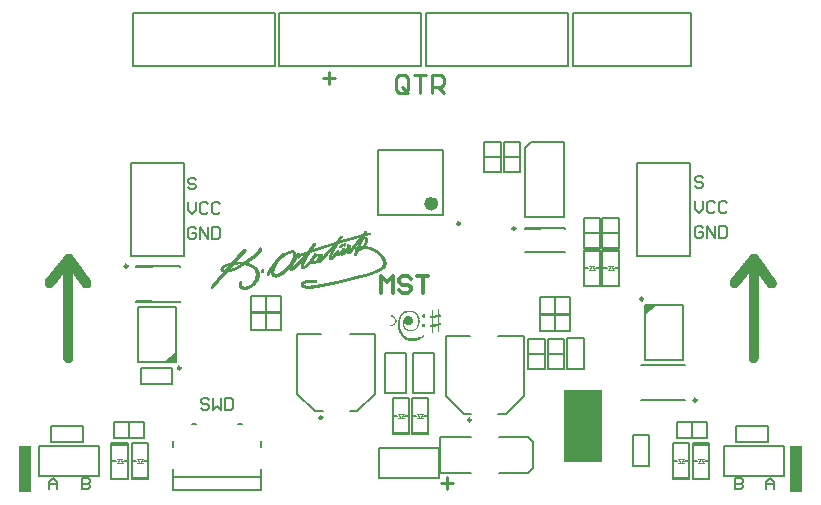
<source format=gto>
G04 Layer_Color=65535*
%FSLAX44Y44*%
%MOMM*%
G71*
G01*
G75*
%ADD10C,0.6000*%
%ADD31C,0.2500*%
%ADD34C,0.3000*%
%ADD63C,0.1500*%
%ADD64C,0.1000*%
%ADD65C,0.2000*%
%ADD66C,0.0254*%
%ADD67C,0.0078*%
%ADD68C,0.2540*%
%ADD69R,1.0000X4.0000*%
%ADD70R,3.2000X6.1000*%
G36*
X331747Y154455D02*
X331812D01*
X331941Y154390D01*
X332136Y154325D01*
X332427Y154228D01*
X332751Y154131D01*
X333107Y154001D01*
X333884Y153710D01*
X333949Y153677D01*
X334111Y153645D01*
X334338Y153548D01*
X334629Y153418D01*
X334953Y153289D01*
X335277Y153127D01*
X335633Y152965D01*
X335957Y152771D01*
X335989Y152706D01*
X336087Y152609D01*
X336216Y152382D01*
X336313Y152220D01*
X336443Y152058D01*
X336605Y151831D01*
X336767Y151572D01*
X336993Y151249D01*
X337220Y150925D01*
X337479Y150504D01*
X337803Y150050D01*
X338645Y147524D01*
Y147492D01*
Y147395D01*
X338613Y147265D01*
Y147038D01*
Y146974D01*
Y146779D01*
Y146650D01*
Y146488D01*
X338645Y146261D01*
Y146034D01*
Y146002D01*
Y145937D01*
X338677Y145808D01*
Y145646D01*
X338710Y145322D01*
Y145160D01*
Y145031D01*
Y144966D01*
Y144804D01*
X338677Y144577D01*
X338645Y144286D01*
X338613Y143930D01*
X338548Y143606D01*
X338418Y143249D01*
X338289Y142958D01*
Y142926D01*
X338224Y142796D01*
X338159Y142569D01*
X338030Y142246D01*
X337868Y141792D01*
X337609Y141242D01*
X337317Y140594D01*
X337123Y140205D01*
X336929Y139784D01*
X335147Y138068D01*
X332492Y137161D01*
X329804D01*
X327278Y138035D01*
X325432Y139849D01*
X324590Y142505D01*
Y145160D01*
X325432Y147686D01*
X326501Y148755D01*
X328217Y149597D01*
X330128Y149565D01*
X331909Y148690D01*
X332103Y148431D01*
X332945Y146779D01*
Y146747D01*
Y146650D01*
Y146455D01*
Y146196D01*
Y146132D01*
Y146002D01*
Y145808D01*
Y145646D01*
Y145613D01*
Y145549D01*
Y145452D01*
Y145322D01*
X332913Y144998D01*
X332881Y144707D01*
X332038Y143023D01*
X332006D01*
X331909Y142958D01*
X331779Y142893D01*
X331553Y142764D01*
X331294Y142634D01*
X330937Y142472D01*
X330549Y142246D01*
X330095Y142019D01*
X328185D01*
X326436Y142926D01*
X326404Y142958D01*
X326371Y143023D01*
X326306Y143152D01*
X326209Y143347D01*
X326080Y143606D01*
X325885Y143930D01*
X325659Y144383D01*
Y142602D01*
X326404Y140400D01*
X327861Y138942D01*
X330095Y138197D01*
X332459D01*
X334597Y138910D01*
X336119Y140432D01*
X336151Y140497D01*
X336249Y140659D01*
X336378Y140918D01*
X336540Y141339D01*
X336670Y141565D01*
X336767Y141857D01*
X336896Y142181D01*
X337026Y142537D01*
X337188Y142893D01*
X337317Y143347D01*
X337479Y143800D01*
X337641Y144286D01*
Y147427D01*
X336896Y149629D01*
X335374Y151896D01*
X335309Y151929D01*
X335147Y152026D01*
X334888Y152155D01*
X334694Y152252D01*
X334467Y152350D01*
X334241Y152447D01*
X333949Y152576D01*
X333625Y152673D01*
X333269Y152835D01*
X332881Y152965D01*
X332459Y153127D01*
X332006Y153289D01*
X331488Y153451D01*
X329156D01*
X329027Y153386D01*
X328832Y153321D01*
X328573Y153224D01*
X328282Y153127D01*
X327958Y153030D01*
X327245Y152771D01*
X327213Y152738D01*
X327051Y152706D01*
X326857Y152609D01*
X326598Y152512D01*
X326306Y152382D01*
X326015Y152220D01*
X325691Y152058D01*
X325400Y151896D01*
X323877Y150407D01*
X323100Y148820D01*
X322355Y145613D01*
Y140885D01*
X323133Y137776D01*
X324687Y134700D01*
X326274Y133145D01*
X328573Y131623D01*
X331812Y130846D01*
X334986D01*
X335115Y130911D01*
X335342Y130976D01*
X335666Y131040D01*
X336022Y131137D01*
X336410Y131267D01*
X337285Y131494D01*
X337317D01*
X337350Y131526D01*
X337511Y131558D01*
X337771Y131656D01*
X338094Y131753D01*
X338451Y131882D01*
X338839Y132044D01*
X339196Y132239D01*
X339552Y132433D01*
X342045Y134084D01*
X342110Y134117D01*
X342337D01*
X342434Y134052D01*
X342531Y133987D01*
X342564Y133955D01*
X342661Y133890D01*
X342725Y133761D01*
X342758Y133599D01*
Y133566D01*
X342725Y133437D01*
X342693Y133404D01*
X342628Y133340D01*
X342499Y133210D01*
X342304Y133016D01*
X342045Y132757D01*
X341722Y132400D01*
X341301Y132012D01*
X340815Y131526D01*
X338289Y129842D01*
X334824Y129000D01*
X330614D01*
X327245Y129874D01*
X324622Y131688D01*
X323003Y133340D01*
X321319Y136708D01*
X320509Y140885D01*
Y145160D01*
X321351Y148528D01*
X323165Y151151D01*
X324817Y152803D01*
X326598Y153645D01*
X326630D01*
X326760Y153710D01*
X326954Y153774D01*
X327245Y153872D01*
X327602Y153969D01*
X328023Y154131D01*
X328541Y154293D01*
X329124Y154487D01*
X331747Y154455D01*
D02*
G37*
G36*
X315555Y150342D02*
X317271Y149467D01*
X318242Y148496D01*
X319084Y146812D01*
Y146779D01*
Y146747D01*
X319117Y146650D01*
Y146520D01*
X319149Y146229D01*
Y145873D01*
Y145808D01*
Y145711D01*
Y145613D01*
Y145290D01*
X319117Y144836D01*
X318210Y143055D01*
X317206Y142051D01*
X315457Y141209D01*
X315425Y141242D01*
X315166D01*
X315004Y141209D01*
X314551D01*
X314389Y141274D01*
X314162Y141371D01*
X314065Y141468D01*
X314000Y141598D01*
Y141663D01*
X314032Y141792D01*
X314065Y141954D01*
X314162Y142084D01*
X314194Y142116D01*
X314259Y142181D01*
X314389Y142213D01*
X314583Y142246D01*
X315231D01*
X315295Y142278D01*
X315425Y142343D01*
X315555Y142407D01*
X315911Y142602D01*
X316332Y142796D01*
X316364Y142828D01*
X316429Y142861D01*
X316558Y142926D01*
X316720Y143055D01*
X317044Y143314D01*
X317206Y143476D01*
X317336Y143670D01*
X318081Y145128D01*
Y146488D01*
Y146520D01*
X318016Y146585D01*
X317983Y146715D01*
X317886Y146844D01*
X317724Y147233D01*
X317498Y147654D01*
Y147686D01*
X317433Y147751D01*
X317368Y147880D01*
X317239Y148042D01*
X316979Y148366D01*
X316785Y148528D01*
X316591Y148658D01*
X315198Y149338D01*
X314551D01*
X314389Y149370D01*
X314194Y149467D01*
X314032Y149662D01*
Y149726D01*
Y149856D01*
Y149888D01*
X314065Y150018D01*
X314097Y150115D01*
X314194Y150245D01*
X314227Y150277D01*
X314324Y150342D01*
X314453Y150374D01*
X314648Y150407D01*
X315263D01*
X315555Y150342D01*
D02*
G37*
G36*
X343244Y143055D02*
X343341Y142990D01*
X343470Y142893D01*
X343568Y142764D01*
Y140723D01*
Y140691D01*
X343503Y140626D01*
X343406Y140529D01*
X343276Y140432D01*
X342985D01*
X342693Y140400D01*
X341203D01*
X341171Y140432D01*
X341106Y140464D01*
X341009Y140561D01*
X340912Y140691D01*
Y140756D01*
Y140918D01*
X340880Y141209D01*
Y141404D01*
Y141630D01*
Y141663D01*
Y141695D01*
Y141792D01*
Y141889D01*
Y142213D01*
Y142667D01*
X340912Y142699D01*
X340944Y142796D01*
X341041Y142926D01*
X341171Y143023D01*
X341236D01*
X341398Y143055D01*
X341689Y143088D01*
X343211D01*
X343244Y143055D01*
D02*
G37*
G36*
X343211Y151216D02*
X343244Y151184D01*
X343341Y151119D01*
X343438Y151054D01*
X343503Y150925D01*
Y150892D01*
Y150860D01*
X343535Y150763D01*
Y150633D01*
X343568Y150277D01*
Y149856D01*
Y149791D01*
Y149597D01*
Y149305D01*
X343535Y148884D01*
Y148852D01*
X343503Y148787D01*
X343406Y148690D01*
X343244Y148593D01*
X342985D01*
X342693Y148560D01*
X341236D01*
X341203Y148593D01*
X341106Y148625D01*
X340977Y148722D01*
X340912Y148820D01*
Y148852D01*
Y148884D01*
Y149079D01*
X340880Y149403D01*
Y149791D01*
Y149824D01*
Y149856D01*
Y149953D01*
Y150050D01*
Y150374D01*
Y150828D01*
Y150860D01*
X340944Y150957D01*
X341041Y151087D01*
X341171Y151184D01*
X341268D01*
X341365Y151216D01*
X341495D01*
X341851Y151249D01*
X342920D01*
X343211Y151216D01*
D02*
G37*
G36*
X132149Y111250D02*
X122352Y111250D01*
X132148Y119368D01*
X132149Y111250D01*
D02*
G37*
G36*
X539649Y158750D02*
X529852Y150632D01*
X529851Y158750D01*
X539649Y158750D01*
D02*
G37*
G36*
X354676Y156041D02*
X354805Y155977D01*
X354967Y155750D01*
Y151022D01*
X355129D01*
X355291Y151054D01*
X355550Y151119D01*
X355582D01*
X355615Y151151D01*
X355777Y151184D01*
X355939Y151216D01*
X356133D01*
X356295Y151151D01*
X356457Y151054D01*
X356521Y150925D01*
X356586Y150795D01*
X356619Y150730D01*
Y150666D01*
Y150601D01*
X356554Y150536D01*
X356489Y150439D01*
Y150407D01*
X356457Y150374D01*
X356424Y150309D01*
X356392Y150245D01*
X356424Y150180D01*
X356457Y150147D01*
X356554Y150083D01*
X356586Y150018D01*
Y149888D01*
Y149856D01*
X356554Y149759D01*
X356521Y149629D01*
X356424Y149500D01*
X356262Y149403D01*
X356230D01*
X356165Y149370D01*
X356068D01*
X355939Y149338D01*
X355744Y149305D01*
X355518Y149241D01*
X355258Y149208D01*
X354967Y149143D01*
Y143670D01*
X355129D01*
X355291Y143703D01*
X355550Y143768D01*
X355582D01*
X355615Y143800D01*
X355777Y143832D01*
X355939Y143865D01*
X356101Y143897D01*
X356165D01*
X356295Y143832D01*
X356457Y143703D01*
X356554Y143606D01*
X356586Y143444D01*
Y143411D01*
Y143314D01*
Y143282D01*
X356554Y143185D01*
X356521Y143055D01*
X356392Y142958D01*
X356424Y142926D01*
X356489Y142828D01*
X356554Y142699D01*
X356586Y142537D01*
Y142505D01*
X356554Y142375D01*
X356521Y142246D01*
X356424Y142148D01*
X356392D01*
X356327Y142116D01*
X356230D01*
X356068Y142084D01*
X355841Y142019D01*
X355615Y141954D01*
X355323Y141889D01*
X354967Y141792D01*
Y136675D01*
Y136643D01*
X354902Y136578D01*
X354805Y136481D01*
X354676Y136384D01*
X354611D01*
X354417Y136351D01*
X354384D01*
X354287Y136384D01*
X354157Y136416D01*
X354028Y136513D01*
X353996Y136546D01*
X353963Y136643D01*
X353931Y136805D01*
X353898Y137064D01*
Y141565D01*
X350109Y140821D01*
X350045Y135898D01*
Y135833D01*
X349947Y135704D01*
X349818Y135574D01*
X349688Y135542D01*
X349559Y135509D01*
X349494D01*
X349300Y135574D01*
X349267D01*
X349202Y135639D01*
X349105Y135704D01*
X349041Y135833D01*
Y140594D01*
X348879D01*
X348684Y140561D01*
X348425Y140497D01*
X348360D01*
X348231Y140464D01*
X348037Y140432D01*
X347907Y140400D01*
X347842D01*
X347713Y140464D01*
X347519Y140594D01*
X347454Y140691D01*
X347389Y140821D01*
Y140853D01*
Y140950D01*
Y140982D01*
Y141015D01*
X347454Y141177D01*
X347486Y141209D01*
X347519Y141242D01*
X347551Y141306D01*
Y141371D01*
Y141404D01*
X347486Y141468D01*
X347421Y141533D01*
Y141565D01*
X347389Y141630D01*
Y141663D01*
Y141695D01*
Y141760D01*
Y141792D01*
X347421Y141889D01*
X347454Y141986D01*
X347519Y142051D01*
X347680Y142213D01*
X347713D01*
X347778Y142246D01*
X347875D01*
X348037Y142278D01*
X348199Y142310D01*
X348458Y142375D01*
X348717Y142407D01*
X349041Y142472D01*
Y147945D01*
X348911D01*
X348717Y147880D01*
X348458Y147816D01*
X348393D01*
X348231Y147783D01*
X348069Y147751D01*
X347907Y147718D01*
X347842D01*
X347713Y147783D01*
X347519Y147913D01*
X347454Y148010D01*
X347389Y148139D01*
Y148172D01*
Y148204D01*
Y148237D01*
Y148269D01*
Y148301D01*
X347421Y148399D01*
X347454Y148528D01*
X347551Y148625D01*
X347519Y148658D01*
X347486Y148755D01*
X347421Y148917D01*
X347389Y149079D01*
Y149111D01*
X347421Y149241D01*
Y149273D01*
X347486Y149338D01*
X347551Y149435D01*
X347680Y149532D01*
X349041Y149824D01*
X349073Y154973D01*
X349105Y155037D01*
X349170Y155135D01*
X349332Y155232D01*
X349591Y155297D01*
X349656D01*
X349753Y155264D01*
X349915Y155167D01*
X350045Y154973D01*
Y154908D01*
Y154714D01*
X350077Y154422D01*
Y154195D01*
Y153969D01*
Y153677D01*
Y153386D01*
X350109Y153062D01*
Y152673D01*
Y152285D01*
Y151831D01*
Y151378D01*
Y150860D01*
Y150050D01*
X350142D01*
X350206Y150083D01*
X350271D01*
X350368Y150115D01*
X350498D01*
X350692Y150147D01*
X350886Y150212D01*
X351146Y150245D01*
X351469Y150309D01*
X351826Y150374D01*
X352247Y150471D01*
X352733Y150568D01*
X353283Y150666D01*
X353898Y150795D01*
X353931Y155750D01*
Y155782D01*
X353963Y155815D01*
X354028Y155944D01*
X354157Y156041D01*
X354287Y156106D01*
X354546D01*
X354676Y156041D01*
D02*
G37*
%LPC*%
G36*
X353898Y148884D02*
X350109Y148139D01*
Y142731D01*
X353898Y143476D01*
Y148884D01*
D02*
G37*
%LPD*%
D10*
X351500Y245000D02*
G03*
X351500Y245000I-3000J0D01*
G01*
D31*
X528000Y164250D02*
G03*
X528000Y164250I-1250J0D01*
G01*
X136500Y105750D02*
G03*
X136500Y105750I-1250J0D01*
G01*
X372750Y228000D02*
G03*
X372750Y228000I-1250J0D01*
G01*
X256250Y63750D02*
G03*
X256250Y63750I-1250J0D01*
G01*
X382250Y61750D02*
G03*
X382250Y61750I-1250J0D01*
G01*
X419750Y224000D02*
G03*
X419750Y224000I-1250J0D01*
G01*
X91375Y192000D02*
G03*
X91375Y192000I-1250J0D01*
G01*
X573125Y78500D02*
G03*
X573125Y78500I-1250J0D01*
G01*
D34*
X306250Y169000D02*
Y183995D01*
X311248Y178997D01*
X316247Y183995D01*
Y169000D01*
X331242Y181496D02*
X328743Y183995D01*
X323744D01*
X321245Y181496D01*
Y178997D01*
X323744Y176498D01*
X328743D01*
X331242Y173998D01*
Y171499D01*
X328743Y169000D01*
X323744D01*
X321245Y171499D01*
X336240Y183995D02*
X346237D01*
X341239D01*
Y169000D01*
D63*
X105700Y47750D02*
Y60250D01*
X80300D02*
X105700D01*
X80300Y47500D02*
Y60250D01*
Y46250D02*
Y48170D01*
Y46250D02*
X105700D01*
Y48170D01*
X93000Y46250D02*
Y60250D01*
X105500Y27000D02*
X109000D01*
X95000D02*
X98500D01*
X99250Y11760D02*
Y13030D01*
Y11760D02*
X109000D01*
Y13030D01*
X99460Y11760D02*
Y13030D01*
X95000Y11760D02*
X99460D01*
X95000D02*
Y13030D01*
X96750Y42240D02*
X109000D01*
Y12000D02*
Y42240D01*
X99250Y13030D02*
X109000D01*
X95000D02*
X99460D01*
X95000Y12000D02*
Y42240D01*
X96920D01*
X440300Y151500D02*
Y164000D01*
Y151500D02*
X465700D01*
Y164250D01*
Y163580D02*
Y165500D01*
X440300D02*
X465700D01*
X440300Y163580D02*
Y165500D01*
X453000Y151500D02*
Y165500D01*
X221700Y139500D02*
Y152000D01*
X196300D02*
X221700D01*
X196300Y139250D02*
Y152000D01*
Y138000D02*
Y139920D01*
Y138000D02*
X221700D01*
Y139920D01*
X209000Y138000D02*
Y152000D01*
X440300Y136750D02*
Y149250D01*
Y136750D02*
X465700D01*
Y149500D01*
Y148830D02*
Y150750D01*
X440300D02*
X465700D01*
X440300Y148830D02*
Y150750D01*
X453000Y136750D02*
Y150750D01*
X221700Y154500D02*
Y167000D01*
X196300D02*
X221700D01*
X196300Y154250D02*
Y167000D01*
Y153000D02*
Y154920D01*
Y153000D02*
X221700D01*
Y154920D01*
X209000Y153000D02*
Y167000D01*
X556300Y46250D02*
Y58750D01*
Y46250D02*
X581700D01*
Y59000D01*
Y58330D02*
Y60250D01*
X556300D02*
X581700D01*
X556300Y58330D02*
Y60250D01*
X569000Y46250D02*
Y60250D01*
X607000Y57000D02*
X633500D01*
X607000Y43000D02*
X633500D01*
Y57000D01*
X607000Y43000D02*
Y57000D01*
X563500Y27000D02*
X567000D01*
X553000D02*
X556500D01*
X557250Y11760D02*
Y13030D01*
Y11760D02*
X567000D01*
Y13030D01*
X557460Y11760D02*
Y13030D01*
X553000Y11760D02*
X557460D01*
X553000D02*
Y13030D01*
X554750Y42240D02*
X567000D01*
Y12000D02*
Y42240D01*
X557250Y13030D02*
X567000D01*
X553000D02*
X557460D01*
X553000Y12000D02*
Y42240D01*
X554920D01*
X27000Y43000D02*
X53500D01*
X27000Y57000D02*
X53500D01*
X27000Y43000D02*
Y57000D01*
X53500Y43000D02*
Y57000D01*
X579750Y40970D02*
Y42240D01*
X570000D02*
X579750D01*
X570000Y40970D02*
Y42240D01*
X579540Y40970D02*
Y42240D01*
X584000D01*
Y40970D02*
Y42240D01*
X570000Y11760D02*
X583000D01*
X570000D02*
Y42000D01*
Y40970D02*
X579750D01*
X579540D02*
X584000D01*
Y11760D02*
Y42000D01*
X582080Y11760D02*
X584000D01*
X580500Y27000D02*
X584000D01*
X570000D02*
X573500D01*
X87500Y40970D02*
Y42240D01*
X77750D02*
X87500D01*
X77750Y40970D02*
Y42240D01*
X87290Y40970D02*
Y42240D01*
X91750D01*
Y40970D02*
Y42240D01*
X77750Y11760D02*
X90750D01*
X77750D02*
Y42000D01*
Y40970D02*
X87500D01*
X87290D02*
X91750D01*
Y11760D02*
Y42000D01*
X89830Y11760D02*
X91750D01*
X88250Y27000D02*
X91750D01*
X77750D02*
X81250D01*
X102625Y92000D02*
X129125D01*
X102625Y106000D02*
X129125D01*
X102625Y92000D02*
Y106000D01*
X129125Y92000D02*
Y106000D01*
X533000Y22750D02*
Y49250D01*
X519000Y22750D02*
Y49250D01*
Y22750D02*
X533000D01*
X519000Y49250D02*
X533000D01*
X410000Y297450D02*
X422500D01*
X410000Y272050D02*
Y297450D01*
Y272050D02*
X422750D01*
X422080D02*
X424000D01*
Y297450D01*
X422080D02*
X424000D01*
X410000Y284750D02*
X424000D01*
X479250Y207800D02*
X491750D01*
Y233200D01*
X479000D02*
X491750D01*
X477750D02*
X479670D01*
X477750Y207800D02*
Y233200D01*
Y207800D02*
X479670D01*
X477750Y220500D02*
X491750D01*
X495000Y207550D02*
X507500D01*
Y232950D01*
X494750D02*
X507500D01*
X493500D02*
X495420D01*
X493500Y207550D02*
Y232950D01*
Y207550D02*
X495420D01*
X493500Y220250D02*
X507500D01*
X393500Y297200D02*
X406000D01*
X393500Y271800D02*
Y297200D01*
Y271800D02*
X406250D01*
X405580D02*
X407500D01*
Y297200D01*
X405580D02*
X407500D01*
X393500Y284500D02*
X407500D01*
X477500Y190500D02*
X481000D01*
X488000D02*
X491500D01*
X487250Y204470D02*
Y205740D01*
X477500D02*
X487250D01*
X477500Y204470D02*
Y205740D01*
X487040Y204470D02*
Y205740D01*
X491500D01*
Y204470D02*
Y205740D01*
X477500Y175260D02*
X489750D01*
X477500D02*
Y205500D01*
Y204470D02*
X487250D01*
X487040D02*
X491500D01*
Y175260D02*
Y205500D01*
X489580Y175260D02*
X491500D01*
X493500Y190500D02*
X497000D01*
X504000D02*
X507500D01*
X503250Y204470D02*
Y205740D01*
X493500D02*
X503250D01*
X493500Y204470D02*
Y205740D01*
X503040Y204470D02*
Y205740D01*
X507500D01*
Y204470D02*
Y205740D01*
X493500Y175260D02*
X505750D01*
X493500D02*
Y205500D01*
Y204470D02*
X503250D01*
X503040D02*
X507500D01*
Y175260D02*
Y205500D01*
X505580Y175260D02*
X507500D01*
X326500Y65000D02*
X330000D01*
X316000D02*
X319500D01*
X320250Y49760D02*
Y51030D01*
Y49760D02*
X330000D01*
Y51030D01*
X320460Y49760D02*
Y51030D01*
X316000Y49760D02*
X320460D01*
X316000D02*
Y51030D01*
X317750Y80240D02*
X330000D01*
Y50000D02*
Y80240D01*
X320250Y51030D02*
X330000D01*
X316000D02*
X320460D01*
X316000Y50000D02*
Y80240D01*
X317920D01*
X336250Y49760D02*
Y51030D01*
Y49760D02*
X346000D01*
Y51030D01*
X336460Y49760D02*
Y51030D01*
X332000Y49760D02*
X336460D01*
X332000D02*
Y51030D01*
X334000Y80240D02*
X346000D01*
Y50000D02*
Y80240D01*
X336250Y51030D02*
X346000D01*
X332000D02*
X336460D01*
X332000Y50000D02*
Y80240D01*
X333920D01*
X332000Y65000D02*
X335500D01*
X342500D02*
X346000D01*
X432250Y105050D02*
X444750D01*
Y130450D01*
X432000D02*
X444750D01*
X430750D02*
X432670D01*
X430750Y105050D02*
Y130450D01*
Y105050D02*
X432670D01*
X430750Y117750D02*
X444750D01*
X448500Y105300D02*
X461000D01*
Y130700D01*
X448250D02*
X461000D01*
X447000D02*
X448920D01*
X447000Y105300D02*
Y130700D01*
Y105300D02*
X448920D01*
X447000Y118000D02*
X461000D01*
X477500Y104750D02*
Y131250D01*
X463500Y104750D02*
Y131250D01*
Y104750D02*
X477500D01*
X463500Y131250D02*
X477500D01*
X333250Y84500D02*
X335250D01*
X333250D02*
Y118500D01*
X335250D01*
X349250Y84500D02*
X351250D01*
Y118500D01*
X349250D02*
X351250D01*
X333250Y84500D02*
X351250D01*
X333250Y118500D02*
X351250D01*
X309250Y84500D02*
X311250D01*
X309250D02*
Y118500D01*
X311250D01*
X325250Y84500D02*
X327250D01*
Y118500D01*
X325250D02*
X327250D01*
X309250Y84500D02*
X327250D01*
X309250Y118500D02*
X327250D01*
D64*
X99500Y28750D02*
X102000Y25250D01*
X99500Y28750D02*
X102000D01*
X99750Y25250D02*
X102000D01*
X104250D01*
X102000Y28750D02*
X104500D01*
X102000Y25250D02*
X104500Y28750D01*
X557500D02*
X560000Y25250D01*
X557500Y28750D02*
X560000D01*
X557750Y25250D02*
X560000D01*
X562250D01*
X560000Y28750D02*
X562500D01*
X560000Y25250D02*
X562500Y28750D01*
X574500Y25250D02*
X577000Y28750D01*
X574500Y25250D02*
X577000D01*
X574750Y28750D02*
X577000D01*
X579250D01*
X577000Y25250D02*
X579500D01*
X577000Y28750D02*
X579500Y25250D01*
X82250D02*
X84750Y28750D01*
X82250Y25250D02*
X84750D01*
X82500Y28750D02*
X84750D01*
X87000D01*
X84750Y25250D02*
X87250D01*
X84750Y28750D02*
X87250Y25250D01*
X484500Y192250D02*
X487000Y188750D01*
X484500D02*
X487000D01*
X484500Y192250D02*
X486750D01*
X482250D02*
X484500D01*
X482000Y188750D02*
X484500D01*
X482000D02*
X484500Y192250D01*
X500500Y192250D02*
X503000Y188750D01*
X500500D02*
X503000D01*
X500500Y192250D02*
X502750D01*
X498250D02*
X500500D01*
X498000Y188750D02*
X500500D01*
X498000D02*
X500500Y192250D01*
X320500Y66750D02*
X323000Y63250D01*
X320500Y66750D02*
X323000D01*
X320750Y63250D02*
X323000D01*
X325250D01*
X323000Y66750D02*
X325500D01*
X323000Y63250D02*
X325500Y66750D01*
X339000Y63250D02*
X341500Y66750D01*
X339000D02*
X341500D01*
X339000Y63250D02*
X341250D01*
X336750D02*
X339000D01*
X336500Y66750D02*
X339000D01*
X336500D02*
X339000Y63250D01*
D65*
X529750Y112750D02*
Y158750D01*
X561750Y112750D02*
Y158750D01*
X529750Y112750D02*
X561750D01*
X529750Y158750D02*
X561750D01*
X132250Y111250D02*
Y157250D01*
X100250Y111250D02*
Y157250D01*
X132250D01*
X100250Y111250D02*
X132250D01*
X303500Y290000D02*
X358500D01*
X303500Y235000D02*
X358500D01*
X303500D02*
Y290000D01*
X358500Y235000D02*
Y290000D01*
X286000Y69000D02*
X301000Y84000D01*
X235000D02*
X250000Y69000D01*
X235000Y135000D02*
X255500D01*
X279500D02*
X301000D01*
X235000Y84000D02*
Y135000D01*
X301000Y84000D02*
Y135000D01*
X250000Y69000D02*
X256500D01*
X279500D02*
X286000D01*
X412000Y67000D02*
X427000Y82000D01*
X361000D02*
X376000Y67000D01*
X361000Y133000D02*
X381500D01*
X405500D02*
X427000D01*
X361000Y82000D02*
Y133000D01*
X427000Y82000D02*
Y133000D01*
X376000Y67000D02*
X382500D01*
X405500D02*
X412000D01*
X432750Y296750D02*
X461000D01*
X427750Y291750D02*
X432750Y296750D01*
X427750Y234000D02*
Y291750D01*
X461000Y234000D02*
Y296750D01*
X427750Y234000D02*
X461000D01*
X356000Y16500D02*
Y47500D01*
X430500Y16500D02*
X435000Y21000D01*
X430500Y47500D02*
X435000Y43000D01*
Y21000D02*
Y43000D01*
X356000Y16500D02*
X382000D01*
X356000Y47500D02*
X382000D01*
X406000D02*
X430500D01*
X406000Y16500D02*
X430500D01*
X427750Y204250D02*
X440750D01*
X461750Y203750D02*
Y204250D01*
X427750Y203750D02*
X461750D01*
X427750Y223750D02*
X440750D01*
X461750D02*
Y224250D01*
X427750D02*
X461750D01*
X204250Y13250D02*
Y20250D01*
Y39250D02*
Y44250D01*
X185250Y58250D02*
X188250D01*
X146250D02*
X149250D01*
X130250Y39250D02*
Y44250D01*
Y13250D02*
Y20250D01*
Y13250D02*
X204250D01*
X130250Y2250D02*
Y13250D01*
Y2250D02*
X204250D01*
Y13250D01*
X304600Y12300D02*
X355400D01*
Y37700D01*
X304600D02*
X355400D01*
X304600Y12300D02*
Y37700D01*
X98625Y191500D02*
X112125D01*
X135625D02*
Y192000D01*
X98625Y162500D02*
X112125D01*
X135625Y162000D02*
Y162500D01*
X98625Y192000D02*
X135625D01*
X98625Y162000D02*
X135625D01*
X549875Y79000D02*
X563375D01*
X526375Y78500D02*
Y79000D01*
X549875Y108000D02*
X563375D01*
X526375D02*
Y108500D01*
Y78500D02*
X563375D01*
X526375Y108500D02*
X563375D01*
X568000Y200500D02*
Y279500D01*
X523000Y200500D02*
X568000D01*
X523000D02*
Y279500D01*
X568000D01*
X94000Y200500D02*
Y279500D01*
X139000D01*
Y200500D02*
Y279500D01*
X94000Y200500D02*
X139000D01*
X344167Y361250D02*
X464167D01*
X344167D02*
Y406250D01*
X464167D01*
Y361250D02*
Y406250D01*
X216000Y361250D02*
Y406250D01*
X96000D02*
X216000D01*
X96000Y361250D02*
Y406250D01*
Y361250D02*
X216000D01*
X468250D02*
X568250D01*
X468250D02*
Y406250D01*
X568250D01*
Y361250D02*
Y406250D01*
X16650Y39700D02*
X67450D01*
X16650Y14300D02*
Y39700D01*
Y14300D02*
X67450D01*
Y39700D01*
X596100D02*
X646900D01*
X596100Y14300D02*
Y39700D01*
Y14300D02*
X646900D01*
Y39700D01*
X220083Y361250D02*
X340083D01*
X220083D02*
Y406250D01*
X340083D01*
Y361250D02*
Y406250D01*
X149664Y265331D02*
X147998Y266997D01*
X144666D01*
X143000Y265331D01*
Y263664D01*
X144666Y261998D01*
X147998D01*
X149664Y260332D01*
Y258666D01*
X147998Y257000D01*
X144666D01*
X143000Y258666D01*
Y245997D02*
Y239332D01*
X146332Y236000D01*
X149664Y239332D01*
Y245997D01*
X159661Y244331D02*
X157995Y245997D01*
X154663D01*
X152997Y244331D01*
Y237666D01*
X154663Y236000D01*
X157995D01*
X159661Y237666D01*
X169658Y244331D02*
X167992Y245997D01*
X164660D01*
X162994Y244331D01*
Y237666D01*
X164660Y236000D01*
X167992D01*
X169658Y237666D01*
X149664Y223331D02*
X147998Y224997D01*
X144666D01*
X143000Y223331D01*
Y216666D01*
X144666Y215000D01*
X147998D01*
X149664Y216666D01*
Y219998D01*
X146332D01*
X152997Y215000D02*
Y224997D01*
X159661Y215000D01*
Y224997D01*
X162994D02*
Y215000D01*
X167992D01*
X169658Y216666D01*
Y223331D01*
X167992Y224997D01*
X162994D01*
X578665Y224331D02*
X576998Y225997D01*
X573666D01*
X572000Y224331D01*
Y217666D01*
X573666Y216000D01*
X576998D01*
X578665Y217666D01*
Y220998D01*
X575332D01*
X581997Y216000D02*
Y225997D01*
X588661Y216000D01*
Y225997D01*
X591994D02*
Y216000D01*
X596992D01*
X598658Y217666D01*
Y224331D01*
X596992Y225997D01*
X591994D01*
X572000Y246997D02*
Y240332D01*
X575332Y237000D01*
X578665Y240332D01*
Y246997D01*
X588661Y245331D02*
X586995Y246997D01*
X583663D01*
X581997Y245331D01*
Y238666D01*
X583663Y237000D01*
X586995D01*
X588661Y238666D01*
X598658Y245331D02*
X596992Y246997D01*
X593660D01*
X591994Y245331D01*
Y238666D01*
X593660Y237000D01*
X596992D01*
X598658Y238666D01*
X578665Y266331D02*
X576998Y267997D01*
X573666D01*
X572000Y266331D01*
Y264664D01*
X573666Y262998D01*
X576998D01*
X578665Y261332D01*
Y259666D01*
X576998Y258000D01*
X573666D01*
X572000Y259666D01*
X25000Y3000D02*
Y9664D01*
X28332Y12997D01*
X31665Y9664D01*
Y3000D01*
Y7998D01*
X25000D01*
X632000Y3000D02*
Y9664D01*
X635332Y12997D01*
X638665Y9664D01*
Y3000D01*
Y7998D01*
X632000D01*
X606000Y12997D02*
Y3000D01*
X610998D01*
X612664Y4666D01*
Y6332D01*
X610998Y7998D01*
X606000D01*
X610998D01*
X612664Y9664D01*
Y11331D01*
X610998Y12997D01*
X606000D01*
X53000D02*
Y3000D01*
X57998D01*
X59665Y4666D01*
Y6332D01*
X57998Y7998D01*
X53000D01*
X57998D01*
X59665Y9664D01*
Y11331D01*
X57998Y12997D01*
X53000D01*
X160415Y78581D02*
X158748Y80247D01*
X155416D01*
X153750Y78581D01*
Y76915D01*
X155416Y75248D01*
X158748D01*
X160415Y73582D01*
Y71916D01*
X158748Y70250D01*
X155416D01*
X153750Y71916D01*
X163747Y80247D02*
Y70250D01*
X167079Y73582D01*
X170411Y70250D01*
Y80247D01*
X173744D02*
Y70250D01*
X178742D01*
X180408Y71916D01*
Y78581D01*
X178742Y80247D01*
X173744D01*
D66*
X60050Y177040D02*
Y178818D01*
X59796Y176278D02*
Y179580D01*
X59542Y175770D02*
Y180088D01*
X59288Y175516D02*
Y180342D01*
X59034Y175262D02*
Y180850D01*
X58780Y175008D02*
Y181104D01*
X58526Y174754D02*
Y181612D01*
X58272Y174500D02*
Y181866D01*
X58018Y174500D02*
Y182120D01*
X57764Y174246D02*
Y182628D01*
X57510Y174246D02*
Y182882D01*
X57256Y174246D02*
Y183136D01*
X57002Y173992D02*
Y183644D01*
X56748Y173992D02*
Y183898D01*
X56494Y173992D02*
Y184406D01*
X56240Y173992D02*
Y184660D01*
X55986Y173992D02*
Y184914D01*
X55732Y173992D02*
Y185422D01*
X55478Y173992D02*
Y185676D01*
X55224Y173992D02*
Y186184D01*
X54970Y174246D02*
Y186438D01*
X54716Y174246D02*
Y186692D01*
X54462Y174500D02*
Y187200D01*
X54208Y174500D02*
Y187454D01*
X53954Y174754D02*
Y187962D01*
X53700Y175008D02*
Y188216D01*
X53446Y175008D02*
Y188470D01*
X53192Y175516D02*
Y188978D01*
X52938Y175770D02*
Y189232D01*
X52684Y176024D02*
Y189740D01*
X52430Y176532D02*
Y189994D01*
X52176Y176786D02*
Y190248D01*
X51922Y177040D02*
Y190756D01*
X51668Y177548D02*
Y191010D01*
X51414Y177802D02*
Y191264D01*
X51160Y178310D02*
Y191772D01*
X50906Y178564D02*
Y192026D01*
X50652Y178818D02*
Y192534D01*
X50398Y179326D02*
Y192788D01*
X50144Y179580D02*
Y193042D01*
X49890Y180088D02*
Y193550D01*
X49636Y180342D02*
Y193804D01*
X49382Y180596D02*
Y194312D01*
X49128Y181104D02*
Y194566D01*
X48874Y181358D02*
Y194820D01*
X48620Y181612D02*
Y195328D01*
X48366Y182120D02*
Y195582D01*
X48112Y182374D02*
Y196090D01*
X47858Y182882D02*
Y196344D01*
X47604Y183136D02*
Y196598D01*
X47350Y183390D02*
Y197106D01*
X47096Y183898D02*
Y197360D01*
X46842Y184152D02*
Y197868D01*
X46588Y184660D02*
Y198122D01*
X46334Y184914D02*
Y198376D01*
X46080Y185168D02*
Y198884D01*
X45826Y185676D02*
Y199138D01*
X45572Y185930D02*
Y199392D01*
X45318Y186438D02*
Y199900D01*
X45064Y186692D02*
Y200154D01*
X44810Y114302D02*
Y200662D01*
X44556Y113540D02*
Y200916D01*
X44302Y113032D02*
Y201170D01*
X44048Y112524D02*
Y201424D01*
X43794Y112270D02*
Y201678D01*
X43540Y112016D02*
Y201932D01*
X43286Y111762D02*
Y201932D01*
X43032Y111508D02*
Y202186D01*
X42778Y111508D02*
Y202186D01*
X42524Y111254D02*
Y202186D01*
X42270Y111254D02*
Y202440D01*
X42016Y111254D02*
Y202440D01*
X41762Y111000D02*
Y202440D01*
X41508Y111000D02*
Y202440D01*
X41254Y111000D02*
Y202440D01*
X41000Y111000D02*
Y202440D01*
X40746Y111000D02*
Y202440D01*
X40492Y111000D02*
Y202186D01*
X40238Y111000D02*
Y202186D01*
X39984Y111254D02*
Y202186D01*
X39730Y111254D02*
Y201932D01*
X39476Y111254D02*
Y201932D01*
X39222Y111508D02*
Y201678D01*
X38968Y111508D02*
Y201424D01*
X38714Y111762D02*
Y201170D01*
X38460Y112016D02*
Y200916D01*
X38206Y112016D02*
Y200662D01*
X37952Y112270D02*
Y200408D01*
X37698Y112778D02*
Y200154D01*
X37444Y113032D02*
Y199900D01*
X37190Y113794D02*
Y199392D01*
X36936Y186438D02*
Y199138D01*
X36682Y186438D02*
Y198884D01*
X36428Y186184D02*
Y198630D01*
X36174Y185676D02*
Y198122D01*
X35920Y185422D02*
Y197868D01*
X35666Y185168D02*
Y197614D01*
X35412Y184914D02*
Y197360D01*
X35158Y184406D02*
Y197106D01*
X34904Y184152D02*
Y196598D01*
X34650Y183898D02*
Y196344D01*
X34396Y183644D02*
Y196090D01*
X34142Y183390D02*
Y195836D01*
X33888Y182882D02*
Y195328D01*
X33634Y182628D02*
Y195074D01*
X33380Y182374D02*
Y194820D01*
X33126Y182120D02*
Y194566D01*
X32872Y181612D02*
Y194312D01*
X32618Y181358D02*
Y193804D01*
X32364Y181104D02*
Y193550D01*
X32110Y180850D02*
Y193296D01*
X31856Y180596D02*
Y193042D01*
X31602Y180088D02*
Y192534D01*
X31348Y179834D02*
Y192280D01*
X31094Y179580D02*
Y192026D01*
X30840Y179326D02*
Y191772D01*
X30586Y178818D02*
Y191518D01*
X30332Y178564D02*
Y191010D01*
X30078Y178310D02*
Y190756D01*
X29824Y178056D02*
Y190502D01*
X29570Y177802D02*
Y190248D01*
X29316Y177294D02*
Y189740D01*
X29062Y177040D02*
Y189486D01*
X28808Y176786D02*
Y189232D01*
X28554Y176532D02*
Y188978D01*
X28300Y176024D02*
Y188724D01*
X28046Y175770D02*
Y188216D01*
X27792Y175516D02*
Y187962D01*
X27538Y175262D02*
Y187708D01*
X27284Y175262D02*
Y187454D01*
X27030Y175008D02*
Y186946D01*
X26776Y174754D02*
Y186692D01*
X26522Y174754D02*
Y186438D01*
X26268Y174754D02*
Y186184D01*
X26014Y174500D02*
Y185930D01*
X25760Y174500D02*
Y185422D01*
X25506Y174500D02*
Y185168D01*
X25252Y174500D02*
Y184914D01*
X24998Y174500D02*
Y184660D01*
X24744Y174500D02*
Y184152D01*
X24490Y174500D02*
Y183898D01*
X24236Y174500D02*
Y183644D01*
X23982Y174754D02*
Y183390D01*
X23728Y174754D02*
Y183136D01*
X23474Y174754D02*
Y182628D01*
X23220Y175008D02*
Y182374D01*
X22966Y175008D02*
Y182120D01*
X22712Y175262D02*
Y181866D01*
X22458Y175516D02*
Y181358D01*
X22204Y175770D02*
Y181104D01*
X21950Y176024D02*
Y180850D01*
X21696Y176278D02*
Y180342D01*
X21442Y176786D02*
Y180088D01*
X21188Y177802D02*
Y179072D01*
X640050Y177040D02*
Y178818D01*
X639796Y176278D02*
Y179580D01*
X639542Y175770D02*
Y180088D01*
X639288Y175516D02*
Y180342D01*
X639034Y175262D02*
Y180850D01*
X638780Y175008D02*
Y181104D01*
X638526Y174754D02*
Y181612D01*
X638272Y174500D02*
Y181866D01*
X638018Y174500D02*
Y182120D01*
X637764Y174246D02*
Y182628D01*
X637510Y174246D02*
Y182882D01*
X637256Y174246D02*
Y183136D01*
X637002Y173992D02*
Y183644D01*
X636748Y173992D02*
Y183898D01*
X636494Y173992D02*
Y184406D01*
X636240Y173992D02*
Y184660D01*
X635986Y173992D02*
Y184914D01*
X635732Y173992D02*
Y185422D01*
X635478Y173992D02*
Y185676D01*
X635224Y173992D02*
Y186184D01*
X634970Y174246D02*
Y186438D01*
X634716Y174246D02*
Y186692D01*
X634462Y174500D02*
Y187200D01*
X634208Y174500D02*
Y187454D01*
X633954Y174754D02*
Y187962D01*
X633700Y175008D02*
Y188216D01*
X633446Y175008D02*
Y188470D01*
X633192Y175516D02*
Y188978D01*
X632938Y175770D02*
Y189232D01*
X632684Y176024D02*
Y189740D01*
X632430Y176532D02*
Y189994D01*
X632176Y176786D02*
Y190248D01*
X631922Y177040D02*
Y190756D01*
X631668Y177548D02*
Y191010D01*
X631414Y177802D02*
Y191264D01*
X631160Y178310D02*
Y191772D01*
X630906Y178564D02*
Y192026D01*
X630652Y178818D02*
Y192534D01*
X630398Y179326D02*
Y192788D01*
X630144Y179580D02*
Y193042D01*
X629890Y180088D02*
Y193550D01*
X629636Y180342D02*
Y193804D01*
X629382Y180596D02*
Y194312D01*
X629128Y181104D02*
Y194566D01*
X628874Y181358D02*
Y194820D01*
X628620Y181612D02*
Y195328D01*
X628366Y182120D02*
Y195582D01*
X628112Y182374D02*
Y196090D01*
X627858Y182882D02*
Y196344D01*
X627604Y183136D02*
Y196598D01*
X627350Y183390D02*
Y197106D01*
X627096Y183898D02*
Y197360D01*
X626842Y184152D02*
Y197868D01*
X626588Y184660D02*
Y198122D01*
X626334Y184914D02*
Y198376D01*
X626080Y185168D02*
Y198884D01*
X625826Y185676D02*
Y199138D01*
X625572Y185930D02*
Y199392D01*
X625318Y186438D02*
Y199900D01*
X625064Y186692D02*
Y200154D01*
X624810Y114302D02*
Y200662D01*
X624556Y113540D02*
Y200916D01*
X624302Y113032D02*
Y201170D01*
X624048Y112524D02*
Y201424D01*
X623794Y112270D02*
Y201678D01*
X623540Y112016D02*
Y201932D01*
X623286Y111762D02*
Y201932D01*
X623032Y111508D02*
Y202186D01*
X622778Y111508D02*
Y202186D01*
X622524Y111254D02*
Y202186D01*
X622270Y111254D02*
Y202440D01*
X622016Y111254D02*
Y202440D01*
X621762Y111000D02*
Y202440D01*
X621508Y111000D02*
Y202440D01*
X621254Y111000D02*
Y202440D01*
X621000Y111000D02*
Y202440D01*
X620746Y111000D02*
Y202440D01*
X620492Y111000D02*
Y202186D01*
X620238Y111000D02*
Y202186D01*
X619984Y111254D02*
Y202186D01*
X619730Y111254D02*
Y201932D01*
X619476Y111254D02*
Y201932D01*
X619222Y111508D02*
Y201678D01*
X618968Y111508D02*
Y201424D01*
X618714Y111762D02*
Y201170D01*
X618460Y112016D02*
Y200916D01*
X618206Y112016D02*
Y200662D01*
X617952Y112270D02*
Y200408D01*
X617698Y112778D02*
Y200154D01*
X617444Y113032D02*
Y199900D01*
X617190Y113794D02*
Y199392D01*
X616936Y186438D02*
Y199138D01*
X616682Y186438D02*
Y198884D01*
X616428Y186184D02*
Y198630D01*
X616174Y185676D02*
Y198122D01*
X615920Y185422D02*
Y197868D01*
X615666Y185168D02*
Y197614D01*
X615412Y184914D02*
Y197360D01*
X615158Y184406D02*
Y197106D01*
X614904Y184152D02*
Y196598D01*
X614650Y183898D02*
Y196344D01*
X614396Y183644D02*
Y196090D01*
X614142Y183390D02*
Y195836D01*
X613888Y182882D02*
Y195328D01*
X613634Y182628D02*
Y195074D01*
X613380Y182374D02*
Y194820D01*
X613126Y182120D02*
Y194566D01*
X612872Y181612D02*
Y194312D01*
X612618Y181358D02*
Y193804D01*
X612364Y181104D02*
Y193550D01*
X612110Y180850D02*
Y193296D01*
X611856Y180596D02*
Y193042D01*
X611602Y180088D02*
Y192534D01*
X611348Y179834D02*
Y192280D01*
X611094Y179580D02*
Y192026D01*
X610840Y179326D02*
Y191772D01*
X610586Y178818D02*
Y191518D01*
X610332Y178564D02*
Y191010D01*
X610078Y178310D02*
Y190756D01*
X609824Y178056D02*
Y190502D01*
X609570Y177802D02*
Y190248D01*
X609316Y177294D02*
Y189740D01*
X609062Y177040D02*
Y189486D01*
X608808Y176786D02*
Y189232D01*
X608554Y176532D02*
Y188978D01*
X608300Y176024D02*
Y188724D01*
X608046Y175770D02*
Y188216D01*
X607792Y175516D02*
Y187962D01*
X607538Y175262D02*
Y187708D01*
X607284Y175262D02*
Y187454D01*
X607030Y175008D02*
Y186946D01*
X606776Y174754D02*
Y186692D01*
X606522Y174754D02*
Y186438D01*
X606268Y174754D02*
Y186184D01*
X606014Y174500D02*
Y185930D01*
X605760Y174500D02*
Y185422D01*
X605506Y174500D02*
Y185168D01*
X605252Y174500D02*
Y184914D01*
X604998Y174500D02*
Y184660D01*
X604744Y174500D02*
Y184152D01*
X604490Y174500D02*
Y183898D01*
X604236Y174500D02*
Y183644D01*
X603982Y174754D02*
Y183390D01*
X603728Y174754D02*
Y183136D01*
X603474Y174754D02*
Y182628D01*
X603220Y175008D02*
Y182374D01*
X602966Y175008D02*
Y182120D01*
X602712Y175262D02*
Y181866D01*
X602458Y175516D02*
Y181358D01*
X602204Y175770D02*
Y181104D01*
X601950Y176024D02*
Y180850D01*
X601696Y176278D02*
Y180342D01*
X601442Y176786D02*
Y180088D01*
X601188Y177802D02*
Y179072D01*
D67*
X189397Y172712D02*
X191188D01*
X189397Y172790D02*
X191188D01*
X188696Y172868D02*
X192045D01*
X188696Y172946D02*
X192045D01*
X188229Y173024D02*
X192512D01*
X188073Y173102D02*
X192590D01*
X187917Y173179D02*
X192901D01*
X187762Y173257D02*
X193057D01*
X187606Y173335D02*
X193290D01*
X187528Y173413D02*
X193524D01*
X187450Y173491D02*
X193680D01*
X187217Y173569D02*
X193836D01*
X187139Y173647D02*
X193991D01*
X242582Y173724D02*
X246553D01*
X187061D02*
X194147D01*
X242348Y173802D02*
X246942D01*
X186983D02*
X194225D01*
X241258Y173880D02*
X248500D01*
X186827D02*
X194536D01*
X162065D02*
X163077D01*
X241258Y173958D02*
X248656D01*
X186827D02*
X194536D01*
X162065D02*
X163077D01*
X240713Y174036D02*
X249746D01*
X186594D02*
X194848D01*
X161753D02*
X163233D01*
X240713Y174114D02*
X249746D01*
X186594D02*
X194848D01*
X161753D02*
X163233D01*
X240246Y174192D02*
X250836D01*
X186438D02*
X195159D01*
X161753D02*
X163389D01*
X240246Y174270D02*
X250836D01*
X186438D02*
X195159D01*
X161753D02*
X163389D01*
X239934Y174347D02*
X251770D01*
X186282D02*
X195315D01*
X161909D02*
X163544D01*
X239856Y174425D02*
X251926D01*
X186282D02*
X195315D01*
X161909D02*
X163544D01*
X239623Y174503D02*
X252783D01*
X186204D02*
X195627D01*
X161909D02*
X163622D01*
X239545Y174581D02*
X252938D01*
X186126D02*
X195627D01*
X161909D02*
X163700D01*
X239311Y174659D02*
X253484D01*
X191032D02*
X195782D01*
X186126D02*
X190487D01*
X161909D02*
X163700D01*
X239233Y174737D02*
X253795D01*
X191422D02*
X195860D01*
X186126D02*
X189553D01*
X161909D02*
X163778D01*
X239156Y174815D02*
X254184D01*
X192045D02*
X196016D01*
X185971D02*
X189241D01*
X161909D02*
X163856D01*
X239078Y174893D02*
X254574D01*
X192356D02*
X196172D01*
X185971D02*
X188930D01*
X162065D02*
X163934D01*
X239000Y174970D02*
X255041D01*
X192512D02*
X196172D01*
X185971D02*
X188618D01*
X162065D02*
X164011D01*
X238922Y175048D02*
X255430D01*
X192901D02*
X196327D01*
X185815D02*
X188307D01*
X162065D02*
X164089D01*
X238922Y175126D02*
X255586D01*
X193057D02*
X196483D01*
X185815D02*
X188229D01*
X162065D02*
X164089D01*
X238766Y175204D02*
X256209D01*
X193368D02*
X196639D01*
X185815D02*
X187917D01*
X162220D02*
X164245D01*
X238766Y175282D02*
X256209D01*
X193368D02*
X196639D01*
X185815D02*
X187917D01*
X162220D02*
X164245D01*
X238610Y175360D02*
X256910D01*
X193680D02*
X196795D01*
X185737D02*
X187684D01*
X162298D02*
X164401D01*
X238610Y175438D02*
X256988D01*
X193680D02*
X196795D01*
X185737D02*
X187606D01*
X162298D02*
X164401D01*
X244840Y175515D02*
X257688D01*
X238455D02*
X242660D01*
X194069D02*
X196950D01*
X185659D02*
X187450D01*
X162376D02*
X164557D01*
X244840Y175593D02*
X257688D01*
X238455D02*
X242582D01*
X194069D02*
X196950D01*
X185659D02*
X187450D01*
X162376D02*
X164557D01*
X246787Y175671D02*
X258467D01*
X238455D02*
X241258D01*
X194381D02*
X197184D01*
X185581D02*
X187372D01*
X162532D02*
X164712D01*
X246865Y175749D02*
X258545D01*
X238455D02*
X241258D01*
X194381D02*
X197184D01*
X185581D02*
X187372D01*
X162532D02*
X164712D01*
X248422Y175827D02*
X259168D01*
X238455D02*
X240713D01*
X194614D02*
X197340D01*
X185581D02*
X187295D01*
X162610D02*
X164868D01*
X248578Y175905D02*
X259324D01*
X238455D02*
X240635D01*
X194692D02*
X197418D01*
X185581D02*
X187295D01*
X162610D02*
X164868D01*
X249746Y175983D02*
X260025D01*
X238299D02*
X240246D01*
X194848D02*
X197573D01*
X185581D02*
X187217D01*
X162766D02*
X164946D01*
X249979Y176061D02*
X260180D01*
X238299D02*
X240246D01*
X194926D02*
X197651D01*
X185581D02*
X187217D01*
X162766D02*
X165024D01*
X250602Y176138D02*
X260648D01*
X238299D02*
X240090D01*
X195004D02*
X197729D01*
X185581D02*
X187139D01*
X162921D02*
X165024D01*
X250992Y176216D02*
X260959D01*
X238299D02*
X240090D01*
X195159D02*
X197807D01*
X185581D02*
X187139D01*
X162921D02*
X165180D01*
X251459Y176294D02*
X261270D01*
X238299D02*
X239934D01*
X195315D02*
X197963D01*
X185581D02*
X187139D01*
X163077D02*
X165180D01*
X252004Y176372D02*
X261660D01*
X238299D02*
X239934D01*
X195393D02*
X197963D01*
X185581D02*
X187139D01*
X163077D02*
X165257D01*
X252471Y176450D02*
X261971D01*
X238299D02*
X239856D01*
X195471D02*
X198118D01*
X185581D02*
X187139D01*
X163077D02*
X165335D01*
X253094Y176528D02*
X262438D01*
X238299D02*
X239778D01*
X195627D02*
X198118D01*
X185581D02*
X187139D01*
X163233D02*
X165413D01*
X253406Y176606D02*
X262594D01*
X253250D02*
X253328D01*
X238299D02*
X239778D01*
X195627D02*
X198196D01*
X185581D02*
X187139D01*
X163233D02*
X165491D01*
X254029Y176683D02*
X263295D01*
X238299D02*
X239778D01*
X195782D02*
X198274D01*
X185581D02*
X187139D01*
X163389D02*
X165569D01*
X254184Y176761D02*
X263295D01*
X238299D02*
X239778D01*
X195782D02*
X198352D01*
X185581D02*
X187139D01*
X163389D02*
X165569D01*
X255041Y176839D02*
X264074D01*
X238299D02*
X239934D01*
X196016D02*
X198508D01*
X185504D02*
X187139D01*
X163544D02*
X165725D01*
X255041Y176917D02*
X264074D01*
X238299D02*
X239934D01*
X196016D02*
X198508D01*
X185504D02*
X187139D01*
X163544D02*
X165725D01*
X255898Y176995D02*
X264930D01*
X238299D02*
X239934D01*
X196172D02*
X198663D01*
X185581D02*
X187139D01*
X163622D02*
X165880D01*
X255898Y177073D02*
X264930D01*
X238299D02*
X239934D01*
X196172D02*
X198663D01*
X185581D02*
X187139D01*
X163622D02*
X165880D01*
X256832Y177151D02*
X265553D01*
X238299D02*
X240090D01*
X196327D02*
X198819D01*
X185581D02*
X187217D01*
X163778D02*
X166036D01*
X256832Y177229D02*
X265631D01*
X238299D02*
X240090D01*
X196327D02*
X198819D01*
X185581D02*
X187217D01*
X163778D02*
X166036D01*
X257533Y177306D02*
X266254D01*
X238299D02*
X240246D01*
X196483D02*
X198975D01*
X185581D02*
X187295D01*
X163856D02*
X166192D01*
X257688Y177384D02*
X266410D01*
X238299D02*
X240246D01*
X196483D02*
X198975D01*
X185581D02*
X187295D01*
X163934D02*
X166192D01*
X258389Y177462D02*
X266955D01*
X238299D02*
X240246D01*
X196639D02*
X199131D01*
X185581D02*
X187295D01*
X164011D02*
X166348D01*
X258545Y177540D02*
X267111D01*
X238377D02*
X240401D01*
X196639D02*
X199131D01*
X185581D02*
X187295D01*
X164089D02*
X166348D01*
X259012Y177618D02*
X267578D01*
X238455D02*
X240479D01*
X196795D02*
X199286D01*
X185659D02*
X187372D01*
X164167D02*
X166348D01*
X259401Y177696D02*
X267889D01*
X238455D02*
X240557D01*
X196795D02*
X199286D01*
X185659D02*
X187450D01*
X164245D02*
X166503D01*
X259791Y177774D02*
X268045D01*
X238455D02*
X240713D01*
X196950D02*
X199442D01*
X185659D02*
X187450D01*
X164245D02*
X166503D01*
X260180Y177852D02*
X268512D01*
X238455D02*
X240791D01*
X197028D02*
X199442D01*
X185737D02*
X187450D01*
X164401D02*
X166659D01*
X260492Y177929D02*
X268746D01*
X238455D02*
X240947D01*
X197106D02*
X199598D01*
X185737D02*
X187450D01*
X164401D02*
X166659D01*
X260959Y178007D02*
X269213D01*
X238610D02*
X241180D01*
X197184D02*
X199598D01*
X185737D02*
X187450D01*
X164557D02*
X166737D01*
X261192Y178085D02*
X269369D01*
X238610D02*
X241258D01*
X197184D02*
X199598D01*
X185815D02*
X187528D01*
X164557D02*
X166815D01*
X261815Y178163D02*
X269836D01*
X238610D02*
X241881D01*
X197340D02*
X199754D01*
X185815D02*
X187606D01*
X164712D02*
X166893D01*
X261815Y178241D02*
X269914D01*
X238610D02*
X241881D01*
X197340D02*
X199754D01*
X185815D02*
X187606D01*
X164712D02*
X166893D01*
X262594Y178319D02*
X270537D01*
X238766D02*
X242582D01*
X197495D02*
X199909D01*
X185893D02*
X187606D01*
X164712D02*
X167048D01*
X262594Y178397D02*
X270537D01*
X238766D02*
X242582D01*
X197495D02*
X199909D01*
X185893D02*
X187606D01*
X164712D02*
X167048D01*
X263451Y178474D02*
X271316D01*
X238922D02*
X243750D01*
X197573D02*
X200065D01*
X185971D02*
X187762D01*
X164868D02*
X167204D01*
X263451Y178552D02*
X271316D01*
X238922D02*
X243750D01*
X197573D02*
X200065D01*
X185971D02*
X187762D01*
X164868D02*
X167204D01*
X264074Y178630D02*
X271938D01*
X239078D02*
X250291D01*
X197651D02*
X200143D01*
X186126D02*
X187762D01*
X165024D02*
X167360D01*
X264151Y178708D02*
X272016D01*
X239078D02*
X250446D01*
X197651D02*
X200143D01*
X186126D02*
X187762D01*
X165024D02*
X167360D01*
X264775Y178786D02*
X272561D01*
X239233D02*
X250602D01*
X197807D02*
X200299D01*
X186126D02*
X187762D01*
X165180D02*
X167516D01*
X264930Y178864D02*
X272639D01*
X239233D02*
X250758D01*
X197807D02*
X200299D01*
X186126D02*
X187762D01*
X165180D02*
X167516D01*
X265475Y178942D02*
X273184D01*
X239467D02*
X250914D01*
X197963D02*
X200376D01*
X186282D02*
X187762D01*
X165335D02*
X167671D01*
X265631Y179020D02*
X273340D01*
X239467D02*
X250914D01*
X197963D02*
X200454D01*
X186282D02*
X187762D01*
X165335D02*
X167671D01*
X266098Y179097D02*
X273807D01*
X239623D02*
X250992D01*
X197963D02*
X200454D01*
X186438D02*
X187762D01*
X165413D02*
X167671D01*
X266410Y179175D02*
X274041D01*
X239701D02*
X250992D01*
X198118D02*
X200610D01*
X186438D02*
X187606D01*
X165491D02*
X167827D01*
X266721Y179253D02*
X274352D01*
X239778D02*
X251070D01*
X198118D02*
X200610D01*
X186594D02*
X187606D01*
X165569D02*
X167827D01*
X267188Y179331D02*
X274820D01*
X239934D02*
X251070D01*
X198118D02*
X200610D01*
X186749D02*
X187450D01*
X165647D02*
X167983D01*
X267422Y179409D02*
X274975D01*
X240090D02*
X251070D01*
X198118D02*
X200766D01*
X186983D02*
X187217D01*
X165725D02*
X167983D01*
X267889Y179487D02*
X275443D01*
X240246D02*
X250992D01*
X198274D02*
X200766D01*
X165725D02*
X168139D01*
X268045Y179565D02*
X275520D01*
X240246D02*
X250992D01*
X198274D02*
X200766D01*
X165802D02*
X168139D01*
X268668Y179643D02*
X275988D01*
X240557D02*
X250914D01*
X198274D02*
X200922D01*
X165880D02*
X168216D01*
X268746Y179720D02*
X276143D01*
X240635D02*
X250914D01*
X198352D02*
X200922D01*
X165880D02*
X168294D01*
X269369Y179798D02*
X276766D01*
X241024D02*
X250758D01*
X198430D02*
X200922D01*
X166036D02*
X168372D01*
X269369Y179876D02*
X276766D01*
X241024D02*
X250758D01*
X198430D02*
X200922D01*
X166036D02*
X168372D01*
X270070Y179954D02*
X277311D01*
X241569D02*
X250602D01*
X198586D02*
X201077D01*
X166192D02*
X168528D01*
X270070Y180032D02*
X277311D01*
X241569D02*
X250602D01*
X198586D02*
X201077D01*
X166192D02*
X168528D01*
X270693Y180110D02*
X277934D01*
X242037D02*
X250446D01*
X198586D02*
X201233D01*
X166348D02*
X168684D01*
X270693Y180188D02*
X277934D01*
X242037D02*
X250291D01*
X198586D02*
X201233D01*
X166348D02*
X168684D01*
X271316Y180266D02*
X278557D01*
X242660D02*
X250135D01*
X198741D02*
X201233D01*
X166503D02*
X168839D01*
X271393Y180343D02*
X278635D01*
X242738D02*
X250057D01*
X198741D02*
X201233D01*
X166503D02*
X168839D01*
X272016Y180421D02*
X279102D01*
X243516D02*
X249746D01*
X198741D02*
X201389D01*
X166581D02*
X168995D01*
X272172Y180499D02*
X279258D01*
X243672D02*
X249668D01*
X198819D02*
X201389D01*
X166659D02*
X168995D01*
X272561Y180577D02*
X279648D01*
X244373D02*
X249434D01*
X198819D02*
X201389D01*
X166659D02*
X168995D01*
X272873Y180655D02*
X279881D01*
X244996D02*
X249123D01*
X198897D02*
X201467D01*
X166737D02*
X169151D01*
X273106Y180733D02*
X280193D01*
X245619D02*
X248811D01*
X198975D02*
X201545D01*
X166815D02*
X169151D01*
X273496Y180811D02*
X280582D01*
X198975D02*
X201545D01*
X166893D02*
X169307D01*
X273652Y180888D02*
X280738D01*
X198975D02*
X201622D01*
X166893D02*
X169307D01*
X274197Y180966D02*
X281205D01*
X199053D02*
X201700D01*
X167048D02*
X169462D01*
X274352Y181044D02*
X281283D01*
X199053D02*
X201700D01*
X167048D02*
X169462D01*
X274897Y181122D02*
X281828D01*
X199131D02*
X201778D01*
X167204D02*
X169618D01*
X274975Y181200D02*
X281906D01*
X199131D02*
X201778D01*
X167204D02*
X169618D01*
X275598Y181278D02*
X282529D01*
X199209D02*
X201778D01*
X167360D02*
X169696D01*
X275598Y181356D02*
X282529D01*
X199209D02*
X201778D01*
X167360D02*
X169696D01*
X276299Y181434D02*
X283152D01*
X199286D02*
X201934D01*
X167516D02*
X169852D01*
X276299Y181511D02*
X283152D01*
X199286D02*
X201934D01*
X167516D02*
X169852D01*
X276844Y181589D02*
X283697D01*
X199286D02*
X201934D01*
X167516D02*
X170007D01*
X276922Y181667D02*
X283697D01*
X199286D02*
X201934D01*
X167671D02*
X170007D01*
X277467Y181745D02*
X284242D01*
X199442D02*
X202090D01*
X167671D02*
X170163D01*
X277623Y181823D02*
X284320D01*
X199442D02*
X202090D01*
X167671D02*
X170163D01*
X278090Y181901D02*
X284865D01*
X199442D02*
X202090D01*
X167827D02*
X170319D01*
X278246Y181979D02*
X285021D01*
X199442D02*
X202090D01*
X167827D02*
X170319D01*
X278635Y182057D02*
X285332D01*
X199442D02*
X202090D01*
X167983D02*
X170475D01*
X278947Y182134D02*
X285644D01*
X199442D02*
X202245D01*
X167983D02*
X170475D01*
X279180Y182212D02*
X285877D01*
X199442D02*
X202245D01*
X168061D02*
X170475D01*
X279570Y182290D02*
X286344D01*
X199598D02*
X202245D01*
X168139D02*
X170630D01*
X279725Y182368D02*
X286500D01*
X199598D02*
X202245D01*
X168216D02*
X170630D01*
X280271Y182446D02*
X286889D01*
X199598D02*
X202245D01*
X168294D02*
X170786D01*
X280348Y182524D02*
X286967D01*
X199598D02*
X202245D01*
X168372D02*
X170786D01*
X280893Y182602D02*
X287512D01*
X199598D02*
X202401D01*
X168450D02*
X170942D01*
X280893Y182679D02*
X287512D01*
X199598D02*
X202401D01*
X168450D02*
X170942D01*
X281594Y182757D02*
X288135D01*
X199754D02*
X202401D01*
X168606D02*
X171098D01*
X281594Y182835D02*
X288135D01*
X199754D02*
X202401D01*
X168606D02*
X171098D01*
X282217Y182913D02*
X288836D01*
X199754D02*
X202401D01*
X168684D02*
X171176D01*
X282217Y182991D02*
X288836D01*
X199754D02*
X202401D01*
X168684D02*
X171176D01*
X282762Y183069D02*
X289303D01*
X199754D02*
X202557D01*
X168839D02*
X171331D01*
X282840Y183147D02*
X289459D01*
X199754D02*
X202557D01*
X168839D02*
X171331D01*
X283385Y183225D02*
X289926D01*
X216028D02*
X216729D01*
X199754D02*
X202557D01*
X168995D02*
X171487D01*
X283463Y183302D02*
X290004D01*
X215717D02*
X217196D01*
X199754D02*
X202557D01*
X168995D02*
X171487D01*
X284008Y183380D02*
X290471D01*
X215250D02*
X218053D01*
X199831D02*
X202557D01*
X169151D02*
X171643D01*
X284164Y183458D02*
X290627D01*
X215094D02*
X218209D01*
X199831D02*
X202557D01*
X169151D02*
X171643D01*
X284475Y183536D02*
X290939D01*
X214860D02*
X218520D01*
X199909D02*
X202557D01*
X169151D02*
X171798D01*
X284709Y183614D02*
X291328D01*
X214704D02*
X218832D01*
X199909D02*
X202557D01*
X169307D02*
X171798D01*
X284943Y183692D02*
X291484D01*
X214549D02*
X218987D01*
X199909D02*
X202557D01*
X169307D02*
X171798D01*
X285332Y183770D02*
X291951D01*
X214393D02*
X219377D01*
X199909D02*
X202557D01*
X169462D02*
X171954D01*
X285488Y183847D02*
X292107D01*
X214393D02*
X219377D01*
X199909D02*
X202557D01*
X169462D02*
X171954D01*
X286033Y183925D02*
X292574D01*
X214237D02*
X219688D01*
X199909D02*
X202635D01*
X169618D02*
X172110D01*
X286111Y184003D02*
X292574D01*
X214237D02*
X219844D01*
X199909D02*
X202713D01*
X169618D02*
X172110D01*
X286656Y184081D02*
X293119D01*
X214081D02*
X220077D01*
X199909D02*
X202713D01*
X169696D02*
X172266D01*
X286656Y184159D02*
X293119D01*
X214081D02*
X220155D01*
X199909D02*
X202713D01*
X169696D02*
X172266D01*
X287201Y184237D02*
X293742D01*
X213926D02*
X220467D01*
X199987D02*
X202713D01*
X169852D02*
X172421D01*
X287201Y184315D02*
X293742D01*
X213926D02*
X220467D01*
X199987D02*
X202713D01*
X169852D02*
X172421D01*
X287824Y184393D02*
X294287D01*
X213770D02*
X220778D01*
X199987D02*
X202713D01*
X170007D02*
X172499D01*
X287824Y184470D02*
X294287D01*
X213770D02*
X220778D01*
X199987D02*
X202713D01*
X170007D02*
X172577D01*
X288525Y184548D02*
X294754D01*
X213614D02*
X221012D01*
X209487D02*
X209643D01*
X200065D02*
X202713D01*
X170163D02*
X172655D01*
X288603Y184626D02*
X294832D01*
X213614D02*
X221168D01*
X209487D02*
X209799D01*
X200065D02*
X202713D01*
X170163D02*
X172655D01*
X289148Y184704D02*
X295221D01*
X213614D02*
X221323D01*
X209331D02*
X209954D01*
X200065D02*
X202713D01*
X170319D02*
X172811D01*
X289303Y184782D02*
X295377D01*
X213614D02*
X221479D01*
X209331D02*
X209954D01*
X200065D02*
X202713D01*
X170319D02*
X172811D01*
X289926Y184860D02*
X295689D01*
X213536D02*
X221635D01*
X209331D02*
X210110D01*
X200065D02*
X202713D01*
X170319D02*
X172966D01*
X290082Y184938D02*
X295844D01*
X213459D02*
X221635D01*
X209331D02*
X210188D01*
X200065D02*
X202713D01*
X170475D02*
X172966D01*
X290394Y185016D02*
X296078D01*
X216495D02*
X221791D01*
X213459D02*
X216418D01*
X209254D02*
X210266D01*
X200065D02*
X202713D01*
X170475D02*
X173122D01*
X290783Y185093D02*
X296312D01*
X217041D02*
X221946D01*
X213459D02*
X215872D01*
X209176D02*
X210344D01*
X200065D02*
X202713D01*
X170630D02*
X173122D01*
X290939Y185171D02*
X296467D01*
X217196D02*
X222024D01*
X213381D02*
X215717D01*
X209176D02*
X210344D01*
X200065D02*
X202713D01*
X170630D02*
X173122D01*
X291562Y185249D02*
X296857D01*
X217508D02*
X222180D01*
X213381D02*
X215561D01*
X209176D02*
X210500D01*
X200065D02*
X202713D01*
X170708D02*
X173278D01*
X291639Y185327D02*
X296857D01*
X217586D02*
X222180D01*
X213381D02*
X215561D01*
X209176D02*
X210500D01*
X200065D02*
X202713D01*
X170786D02*
X173278D01*
X292107Y185405D02*
X297246D01*
X217897D02*
X222414D01*
X213303D02*
X215405D01*
X209176D02*
X210578D01*
X200065D02*
X202713D01*
X170786D02*
X173434D01*
X292262Y185483D02*
X297324D01*
X217897D02*
X222491D01*
X213303D02*
X215405D01*
X209176D02*
X210655D01*
X200065D02*
X202713D01*
X170864D02*
X173434D01*
X292730Y185560D02*
X297713D01*
X218209D02*
X222647D01*
X213303D02*
X215250D01*
X209176D02*
X210655D01*
X200065D02*
X202713D01*
X170942D02*
X173589D01*
X292730Y185638D02*
X297713D01*
X218209D02*
X222647D01*
X213303D02*
X215250D01*
X209176D02*
X210655D01*
X200065D02*
X202713D01*
X170942D02*
X173589D01*
X293353Y185716D02*
X298181D01*
X218520D02*
X222803D01*
X213225D02*
X215094D01*
X209176D02*
X210811D01*
X200065D02*
X202713D01*
X171098D02*
X173745D01*
X293353Y185794D02*
X298181D01*
X218520D02*
X222803D01*
X213225D02*
X215094D01*
X209176D02*
X210811D01*
X200065D02*
X202713D01*
X171098D02*
X173745D01*
X294053Y185872D02*
X298648D01*
X218832D02*
X223114D01*
X213225D02*
X215094D01*
X209254D02*
X210967D01*
X200065D02*
X202713D01*
X171253D02*
X173901D01*
X294053Y185950D02*
X298648D01*
X218832D02*
X223114D01*
X213225D02*
X215094D01*
X209254D02*
X210967D01*
X200065D02*
X202713D01*
X171253D02*
X173901D01*
X294521Y186028D02*
X299037D01*
X219143D02*
X223270D01*
X213147D02*
X215016D01*
X209331D02*
X210967D01*
X200065D02*
X202713D01*
X171409D02*
X173979D01*
X294599Y186106D02*
X299115D01*
X219221D02*
X223270D01*
X213147D02*
X215016D01*
X209331D02*
X210967D01*
X200065D02*
X202713D01*
X171409D02*
X174057D01*
X295066Y186183D02*
X299504D01*
X219377D02*
X223426D01*
X213147D02*
X214938D01*
X209331D02*
X211122D01*
X199987D02*
X202713D01*
X171487D02*
X174135D01*
X295221Y186261D02*
X299504D01*
X219532D02*
X223504D01*
X213147D02*
X214938D01*
X209331D02*
X211122D01*
X199987D02*
X202713D01*
X171565D02*
X174135D01*
X295533Y186339D02*
X299816D01*
X219688D02*
X223659D01*
X213147D02*
X214938D01*
X209409D02*
X211122D01*
X199987D02*
X202713D01*
X171643D02*
X174290D01*
X295689Y186417D02*
X299972D01*
X219844D02*
X223659D01*
X213147D02*
X214938D01*
X209487D02*
X211122D01*
X199909D02*
X202635D01*
X171643D02*
X174290D01*
X296000Y186495D02*
X300127D01*
X220000D02*
X223815D01*
X213147D02*
X214860D01*
X209487D02*
X211278D01*
X199909D02*
X202557D01*
X171798D02*
X174446D01*
X296234Y186573D02*
X300361D01*
X220077D02*
X223893D01*
X213069D02*
X214860D01*
X209487D02*
X211278D01*
X199909D02*
X202557D01*
X171798D02*
X174446D01*
X296390Y186651D02*
X300439D01*
X220155D02*
X223971D01*
X213069D02*
X214860D01*
X209487D02*
X211278D01*
X199909D02*
X202557D01*
X171954D02*
X174446D01*
X296701Y186729D02*
X300750D01*
X220311D02*
X224127D01*
X213069D02*
X214860D01*
X209643D02*
X211278D01*
X199909D02*
X202557D01*
X171954D02*
X174602D01*
X296857Y186807D02*
X300828D01*
X220389D02*
X224127D01*
X213069D02*
X214782D01*
X209643D02*
X211434D01*
X199909D02*
X202557D01*
X171954D02*
X174602D01*
X297246Y186884D02*
X301140D01*
X220623D02*
X224282D01*
X213069D02*
X214782D01*
X209643D02*
X211434D01*
X199909D02*
X202557D01*
X172110D02*
X174757D01*
X297324Y186962D02*
X301140D01*
X220623D02*
X224282D01*
X213069D02*
X214782D01*
X209643D02*
X211434D01*
X199909D02*
X202557D01*
X172110D02*
X174757D01*
X297713Y187040D02*
X301529D01*
X220856D02*
X224438D01*
X213069D02*
X214782D01*
X209799D02*
X211512D01*
X205204D02*
X205983D01*
X199831D02*
X202557D01*
X172266D02*
X174913D01*
X297713Y187118D02*
X301607D01*
X220856D02*
X224438D01*
X213069D02*
X214782D01*
X209799D02*
X211512D01*
X205204D02*
X205983D01*
X199831D02*
X202557D01*
X172266D02*
X174913D01*
X298181Y187196D02*
X301918D01*
X221168D02*
X224594D01*
X213069D02*
X214782D01*
X209799D02*
X211590D01*
X204893D02*
X206217D01*
X199754D02*
X202401D01*
X172421D02*
X175069D01*
X298181Y187274D02*
X301918D01*
X221168D02*
X224594D01*
X213069D02*
X214782D01*
X209799D02*
X211590D01*
X204893D02*
X206217D01*
X199754D02*
X202401D01*
X172421D02*
X175069D01*
X298648Y187352D02*
X302308D01*
X221323D02*
X224827D01*
X213069D02*
X214782D01*
X209954D02*
X211745D01*
X204737D02*
X206217D01*
X199754D02*
X202401D01*
X172577D02*
X175225D01*
X298648Y187429D02*
X302308D01*
X221479D02*
X224827D01*
X213069D02*
X214782D01*
X209954D02*
X211745D01*
X204737D02*
X206217D01*
X199754D02*
X202401D01*
X172577D02*
X175225D01*
X299115Y187507D02*
X302619D01*
X221635D02*
X224983D01*
X213147D02*
X214782D01*
X209954D02*
X211745D01*
X204659D02*
X206217D01*
X199754D02*
X202245D01*
X172577D02*
X175458D01*
X299115Y187585D02*
X302619D01*
X221635D02*
X224983D01*
X213147D02*
X214782D01*
X209954D02*
X211823D01*
X204659D02*
X206295D01*
X199754D02*
X202245D01*
X172577D02*
X175536D01*
X299504Y187663D02*
X302931D01*
X221868D02*
X225139D01*
X213147D02*
X214782D01*
X210110D02*
X211901D01*
X204582D02*
X206295D01*
X199676D02*
X202245D01*
X171954D02*
X176237D01*
X299504Y187741D02*
X303008D01*
X221946D02*
X225139D01*
X213147D02*
X214782D01*
X210110D02*
X211901D01*
X204504D02*
X206373D01*
X199598D02*
X202245D01*
X171798D02*
X176549D01*
X299816Y187819D02*
X303242D01*
X222024D02*
X225295D01*
X213147D02*
X214860D01*
X210188D02*
X211979D01*
X204504D02*
X206373D01*
X199598D02*
X202245D01*
X171565D02*
X177249D01*
X299972Y187897D02*
X303398D01*
X222102D02*
X225295D01*
X213147D02*
X214860D01*
X210266D02*
X211979D01*
X204426D02*
X206373D01*
X199598D02*
X202245D01*
X171409D02*
X177483D01*
X300127Y187974D02*
X303554D01*
X222180D02*
X225450D01*
X213147D02*
X214860D01*
X210266D02*
X212057D01*
X204348D02*
X206373D01*
X199598D02*
X202090D01*
X171331D02*
X177872D01*
X300439Y188052D02*
X303787D01*
X222336D02*
X225606D01*
X213147D02*
X214860D01*
X210344D02*
X212135D01*
X204348D02*
X206295D01*
X199598D02*
X202090D01*
X171176D02*
X178184D01*
X300517Y188130D02*
X303787D01*
X222414D02*
X225606D01*
X213147D02*
X214860D01*
X210344D02*
X212135D01*
X204348D02*
X206295D01*
X199442D02*
X202090D01*
X171098D02*
X178340D01*
X300828Y188208D02*
X304099D01*
X222647D02*
X225762D01*
X213225D02*
X214938D01*
X210422D02*
X212213D01*
X204348D02*
X206295D01*
X199442D02*
X202090D01*
X170942D02*
X178885D01*
X300828Y188286D02*
X304099D01*
X222647D02*
X225762D01*
X213225D02*
X214938D01*
X210422D02*
X212291D01*
X204348D02*
X206217D01*
X199442D02*
X202090D01*
X170864D02*
X179040D01*
X301140Y188364D02*
X304410D01*
X222803D02*
X225918D01*
X213225D02*
X214938D01*
X210500D02*
X212291D01*
X204348D02*
X206217D01*
X199442D02*
X201934D01*
X170708D02*
X179508D01*
X301140Y188442D02*
X304410D01*
X222803D02*
X225918D01*
X213225D02*
X214938D01*
X210500D02*
X212291D01*
X204348D02*
X206217D01*
X199442D02*
X201934D01*
X170630D02*
X179508D01*
X301607Y188520D02*
X304722D01*
X222959D02*
X226073D01*
X213303D02*
X214938D01*
X210655D02*
X212446D01*
X204348D02*
X206217D01*
X199286D02*
X201856D01*
X170475D02*
X179975D01*
X301607Y188598D02*
X304722D01*
X222959D02*
X226073D01*
X213303D02*
X214938D01*
X210655D02*
X212446D01*
X204348D02*
X206217D01*
X199286D02*
X201856D01*
X170475D02*
X179975D01*
X301918Y188675D02*
X305033D01*
X223192D02*
X226229D01*
X213303D02*
X214938D01*
X210811D02*
X212446D01*
X204426D02*
X206217D01*
X199286D02*
X201778D01*
X170475D02*
X180520D01*
X301918Y188753D02*
X305033D01*
X223192D02*
X226229D01*
X213303D02*
X214938D01*
X210811D02*
X212446D01*
X204426D02*
X206217D01*
X199286D02*
X201778D01*
X170475D02*
X180520D01*
X302308Y188831D02*
X305345D01*
X229578D02*
X230201D01*
X223426D02*
X226385D01*
X213303D02*
X215094D01*
X210811D02*
X212602D01*
X204504D02*
X206139D01*
X199131D02*
X201700D01*
X173901D02*
X180987D01*
X170319D02*
X173434D01*
X302308Y188909D02*
X305422D01*
X229500D02*
X230201D01*
X223426D02*
X226385D01*
X213381D02*
X215094D01*
X210811D02*
X212602D01*
X204504D02*
X206139D01*
X199131D02*
X201700D01*
X173901D02*
X180987D01*
X170319D02*
X173278D01*
X302619Y188987D02*
X305578D01*
X229188D02*
X230668D01*
X223582D02*
X226463D01*
X213381D02*
X215094D01*
X210967D02*
X212758D01*
X204659D02*
X206061D01*
X199131D02*
X201545D01*
X174135D02*
X181299D01*
X170319D02*
X172811D01*
X302619Y189065D02*
X305578D01*
X229110D02*
X230746D01*
X223659D02*
X226541D01*
X213381D02*
X215094D01*
X210967D02*
X212758D01*
X204659D02*
X206061D01*
X199131D02*
X201545D01*
X174135D02*
X181376D01*
X170163D02*
X172733D01*
X302775Y189143D02*
X305812D01*
X228877D02*
X230979D01*
X223815D02*
X226618D01*
X213381D02*
X215094D01*
X210967D02*
X212758D01*
X204815D02*
X205983D01*
X198975D02*
X201467D01*
X174290D02*
X181610D01*
X170163D02*
X172421D01*
X302931Y189220D02*
X305890D01*
X228877D02*
X231057D01*
X223815D02*
X226696D01*
X213459D02*
X215094D01*
X211122D02*
X212836D01*
X204893D02*
X205983D01*
X198975D02*
X201389D01*
X174290D02*
X181688D01*
X170163D02*
X172344D01*
X303164Y189298D02*
X306045D01*
X228721D02*
X231213D01*
X223971D02*
X226774D01*
X213459D02*
X215094D01*
X211122D02*
X212913D01*
X205049D02*
X205827D01*
X198897D02*
X201389D01*
X174368D02*
X181999D01*
X170163D02*
X172266D01*
X303242Y189376D02*
X306123D01*
X228721D02*
X231369D01*
X223971D02*
X226774D01*
X213459D02*
X215094D01*
X211122D02*
X212913D01*
X205049D02*
X205827D01*
X198897D02*
X201389D01*
X174446D02*
X182155D01*
X170163D02*
X172110D01*
X303398Y189454D02*
X306279D01*
X228565D02*
X231524D01*
X224127D02*
X226930D01*
X213459D02*
X215172D01*
X211278D02*
X212991D01*
X205360D02*
X205594D01*
X198819D02*
X201233D01*
X174446D02*
X182311D01*
X170163D02*
X172110D01*
X303631Y189532D02*
X306435D01*
X228565D02*
X231524D01*
X224282D02*
X227086D01*
X213459D02*
X215250D01*
X211278D02*
X213069D01*
X198741D02*
X201233D01*
X174602D02*
X182467D01*
X170163D02*
X171954D01*
X303631Y189610D02*
X306435D01*
X228565D02*
X231680D01*
X224282D02*
X227086D01*
X213536D02*
X215250D01*
X211278D02*
X213069D01*
X198741D02*
X201233D01*
X174602D02*
X182544D01*
X170163D02*
X171954D01*
X303865Y189688D02*
X306668D01*
X228410D02*
X231758D01*
X224438D02*
X227086D01*
X213614D02*
X215250D01*
X211434D02*
X213225D01*
X198586D02*
X201077D01*
X178417D02*
X182856D01*
X174757D02*
X177405D01*
X170085D02*
X171954D01*
X303943Y189765D02*
X306746D01*
X228410D02*
X231836D01*
X224438D02*
X227241D01*
X213614D02*
X215250D01*
X211434D02*
X213225D01*
X198586D02*
X201077D01*
X178573D02*
X182856D01*
X174757D02*
X177405D01*
X170085D02*
X171954D01*
X304099Y189843D02*
X306902D01*
X228410D02*
X231992D01*
X224594D02*
X227241D01*
X213614D02*
X215250D01*
X211512D02*
X213303D01*
X198430D02*
X200922D01*
X179352D02*
X183167D01*
X174757D02*
X177405D01*
X170085D02*
X171798D01*
X304099Y189921D02*
X306902D01*
X228410D02*
X231992D01*
X224594D02*
X227319D01*
X213614D02*
X215250D01*
X211590D02*
X213303D01*
X198430D02*
X200922D01*
X179352D02*
X183167D01*
X174913D02*
X177405D01*
X170085D02*
X171798D01*
X304410Y189999D02*
X307136D01*
X228410D02*
X232147D01*
X224750D02*
X227475D01*
X213692D02*
X215405D01*
X211590D02*
X213459D01*
X198352D02*
X200766D01*
X179819D02*
X183479D01*
X174913D02*
X177561D01*
X170163D02*
X171798D01*
X304410Y190077D02*
X307136D01*
X228410D02*
X232147D01*
X224750D02*
X227475D01*
X213692D02*
X215405D01*
X211590D02*
X213459D01*
X198352D02*
X200766D01*
X179819D02*
X183479D01*
X174913D02*
X177561D01*
X170163D02*
X171798D01*
X304644Y190155D02*
X307369D01*
X228332D02*
X232303D01*
X224983D02*
X227631D01*
X213770D02*
X215405D01*
X211745D02*
X213614D01*
X198274D02*
X200610D01*
X180208D02*
X183713D01*
X175069D02*
X177717D01*
X170163D02*
X171798D01*
X304644Y190233D02*
X307369D01*
X228332D02*
X232303D01*
X224983D02*
X227631D01*
X213770D02*
X215405D01*
X211745D02*
X213614D01*
X198274D02*
X200610D01*
X180208D02*
X183713D01*
X175069D02*
X177717D01*
X170163D02*
X171798D01*
X304877Y190311D02*
X307603D01*
X228254D02*
X232459D01*
X225139D02*
X227787D01*
X211823D02*
X215405D01*
X198118D02*
X200610D01*
X180676D02*
X184024D01*
X175225D02*
X177872D01*
X170241D02*
X171798D01*
X304955Y190388D02*
X307603D01*
X228254D02*
X232537D01*
X225139D02*
X227787D01*
X211901D02*
X215405D01*
X198118D02*
X200532D01*
X180676D02*
X184024D01*
X175225D02*
X177872D01*
X170319D02*
X171798D01*
X305111Y190466D02*
X307758D01*
X228254D02*
X232614D01*
X225295D02*
X227942D01*
X211979D02*
X215561D01*
X197963D02*
X200376D01*
X180987D02*
X184258D01*
X175380D02*
X178028D01*
X170319D02*
X171798D01*
X305111Y190544D02*
X307758D01*
X239233D02*
X239778D01*
X228254D02*
X232692D01*
X225295D02*
X227942D01*
X211979D02*
X215561D01*
X197963D02*
X200376D01*
X181143D02*
X184335D01*
X175380D02*
X178028D01*
X170319D02*
X171798D01*
X305267Y190622D02*
X307914D01*
X238922D02*
X240090D01*
X230512D02*
X232770D01*
X228332D02*
X229889D01*
X225450D02*
X228020D01*
X212057D02*
X215561D01*
X197807D02*
X200221D01*
X181299D02*
X184491D01*
X175458D02*
X178184D01*
X170319D02*
X171954D01*
X305422Y190700D02*
X307992D01*
X238766D02*
X240246D01*
X230512D02*
X232848D01*
X228410D02*
X229889D01*
X225450D02*
X228098D01*
X212135D02*
X215561D01*
X197729D02*
X200221D01*
X181454D02*
X184647D01*
X175536D02*
X178184D01*
X170475D02*
X171954D01*
X305578Y190778D02*
X308070D01*
X238610D02*
X240557D01*
X230668D02*
X232848D01*
X228332D02*
X229733D01*
X225606D02*
X228098D01*
X212135D02*
X215561D01*
X197651D02*
X200065D01*
X181688D02*
X184803D01*
X175614D02*
X178262D01*
X170475D02*
X171954D01*
X305578Y190856D02*
X308226D01*
X238610D02*
X240635D01*
X230746D02*
X233004D01*
X225606D02*
X229733D01*
X212213D02*
X215561D01*
X197495D02*
X199987D01*
X181844D02*
X184958D01*
X175692D02*
X178340D01*
X170475D02*
X172110D01*
X305734Y190934D02*
X308226D01*
X238455D02*
X240791D01*
X230823D02*
X233004D01*
X225762D02*
X229733D01*
X212291D02*
X215639D01*
X197418D02*
X199909D01*
X181999D02*
X184958D01*
X175770D02*
X178417D01*
X170630D02*
X172110D01*
X305812Y191012D02*
X308381D01*
X238455D02*
X241024D01*
X230901D02*
X233160D01*
X225762D02*
X229733D01*
X212291D02*
X215717D01*
X197340D02*
X199831D01*
X182155D02*
X185192D01*
X175770D02*
X178495D01*
X170630D02*
X172188D01*
X305890Y191089D02*
X308381D01*
X238377D02*
X241102D01*
X230901D02*
X233160D01*
X225918D02*
X229733D01*
X212291D02*
X215717D01*
X197262D02*
X199754D01*
X182311D02*
X185270D01*
X175848D02*
X178495D01*
X170630D02*
X172266D01*
X306045Y191167D02*
X308537D01*
X238299D02*
X241336D01*
X231057D02*
X233315D01*
X225918D02*
X229733D01*
X212446D02*
X215717D01*
X197106D02*
X199598D01*
X182544D02*
X185426D01*
X175926D02*
X178573D01*
X170786D02*
X172344D01*
X306045Y191245D02*
X308537D01*
X238299D02*
X241414D01*
X231057D02*
X233315D01*
X225918D02*
X229733D01*
X212446D02*
X215717D01*
X197106D02*
X199598D01*
X182622D02*
X185504D01*
X175926D02*
X178651D01*
X170786D02*
X172421D01*
X306201Y191323D02*
X308693D01*
X238221D02*
X241569D01*
X231213D02*
X233471D01*
X226073D02*
X229733D01*
X212446D02*
X215795D01*
X196872D02*
X199442D01*
X182856D02*
X185737D01*
X176081D02*
X178729D01*
X170942D02*
X172577D01*
X306201Y191401D02*
X308693D01*
X238143D02*
X241569D01*
X231213D02*
X233471D01*
X226151D02*
X229733D01*
X212446D02*
X215795D01*
X196795D02*
X199442D01*
X182856D02*
X185737D01*
X176081D02*
X178729D01*
X170942D02*
X172577D01*
X306357Y191479D02*
X308849D01*
X238143D02*
X241881D01*
X231369D02*
X233705D01*
X226307D02*
X229733D01*
X212602D02*
X215872D01*
X196639D02*
X199286D01*
X183167D02*
X185971D01*
X176237D02*
X178885D01*
X171098D02*
X172733D01*
X306357Y191556D02*
X308849D01*
X238143D02*
X241881D01*
X231369D02*
X233705D01*
X226307D02*
X229733D01*
X212602D02*
X215872D01*
X196639D02*
X199286D01*
X183167D02*
X185971D01*
X176237D02*
X178885D01*
X171098D02*
X172733D01*
X306513Y191634D02*
X309004D01*
X238065D02*
X242115D01*
X231524D02*
X233860D01*
X226463D02*
X229889D01*
X212758D02*
X215872D01*
X196327D02*
X199053D01*
X183479D02*
X186282D01*
X176393D02*
X179040D01*
X171176D02*
X172966D01*
X306513Y191712D02*
X309004D01*
X238065D02*
X242115D01*
X231524D02*
X233860D01*
X226463D02*
X229889D01*
X212758D02*
X215872D01*
X196327D02*
X199053D01*
X183479D02*
X186282D01*
X176393D02*
X179040D01*
X171176D02*
X172966D01*
X306668Y191790D02*
X309082D01*
X237987D02*
X242348D01*
X231680D02*
X234016D01*
X226618D02*
X229889D01*
X212758D02*
X215950D01*
X196094D02*
X198819D01*
X183790D02*
X186594D01*
X176393D02*
X179196D01*
X171331D02*
X173200D01*
X306746Y191868D02*
X309082D01*
X237987D02*
X242348D01*
X231680D02*
X234016D01*
X226618D02*
X229889D01*
X212758D02*
X216028D01*
X196094D02*
X198819D01*
X183790D02*
X186594D01*
X176549D02*
X179196D01*
X171331D02*
X173278D01*
X306746Y191946D02*
X309238D01*
X240246D02*
X242582D01*
X237987D02*
X240090D01*
X231836D02*
X234172D01*
X226774D02*
X230045D01*
X212913D02*
X216028D01*
X195860D02*
X198663D01*
X183946D02*
X186749D01*
X176549D02*
X179352D01*
X171487D02*
X173434D01*
X306902Y192024D02*
X309238D01*
X240401D02*
X242582D01*
X237987D02*
X239934D01*
X231836D02*
X234172D01*
X226774D02*
X230045D01*
X212913D02*
X216028D01*
X195782D02*
X198586D01*
X184102D02*
X186827D01*
X176549D02*
X179352D01*
X171565D02*
X173434D01*
X306902Y192102D02*
X309316D01*
X240713D02*
X242738D01*
X237987D02*
X239778D01*
X231992D02*
X234328D01*
X226852D02*
X230045D01*
X213069D02*
X216106D01*
X195549D02*
X198430D01*
X184258D02*
X186983D01*
X176704D02*
X179352D01*
X171643D02*
X173589D01*
X306902Y192180D02*
X309394D01*
X240869D02*
X242893D01*
X237987D02*
X239701D01*
X231992D02*
X234328D01*
X226930D02*
X230201D01*
X213069D02*
X216106D01*
X195471D02*
X198430D01*
X184335D02*
X187061D01*
X176704D02*
X179508D01*
X171798D02*
X173745D01*
X307058Y192257D02*
X309394D01*
X240947D02*
X242893D01*
X237987D02*
X239623D01*
X232069D02*
X234483D01*
X226930D02*
X230201D01*
X213069D02*
X216184D01*
X195159D02*
X198274D01*
X184491D02*
X187217D01*
X176860D02*
X179508D01*
X171798D02*
X173901D01*
X307058Y192335D02*
X309394D01*
X241102D02*
X243049D01*
X237910D02*
X239623D01*
X232147D02*
X234483D01*
X227086D02*
X230201D01*
X213147D02*
X216184D01*
X195004D02*
X198118D01*
X184647D02*
X187295D01*
X176860D02*
X179663D01*
X171954D02*
X174135D01*
X307213Y192413D02*
X309471D01*
X241180D02*
X243205D01*
X237910D02*
X239623D01*
X232225D02*
X234639D01*
X227086D02*
X230356D01*
X213225D02*
X216262D01*
X194926D02*
X197963D01*
X184647D02*
X187450D01*
X176938D02*
X179663D01*
X171954D02*
X174290D01*
X307213Y192491D02*
X309549D01*
X241336D02*
X243205D01*
X237910D02*
X239623D01*
X232381D02*
X234639D01*
X227241D02*
X230356D01*
X213303D02*
X216262D01*
X194692D02*
X197807D01*
X184881D02*
X187606D01*
X177016D02*
X179741D01*
X172110D02*
X174602D01*
X307213Y192569D02*
X309549D01*
X241414D02*
X243360D01*
X237910D02*
X239623D01*
X232381D02*
X234717D01*
X227241D02*
X230356D01*
X213303D02*
X216262D01*
X194614D02*
X197807D01*
X184958D02*
X187606D01*
X177094D02*
X179819D01*
X172188D02*
X174757D01*
X307291Y192647D02*
X309549D01*
X241569D02*
X243438D01*
X237910D02*
X239623D01*
X232537D02*
X234795D01*
X227241D02*
X230434D01*
X213381D02*
X216418D01*
X194303D02*
X197651D01*
X185114D02*
X187917D01*
X177249D02*
X179897D01*
X172421D02*
X175225D01*
X307369Y192725D02*
X309549D01*
X241569D02*
X243516D01*
X237910D02*
X239623D01*
X232537D02*
X234873D01*
X227241D02*
X230512D01*
X213459D02*
X216418D01*
X194225D02*
X197573D01*
X185114D02*
X187917D01*
X177249D02*
X179897D01*
X172421D02*
X175303D01*
X307369Y192802D02*
X309549D01*
X241725D02*
X243672D01*
X237910D02*
X239623D01*
X232692D02*
X235028D01*
X227397D02*
X230512D01*
X213536D02*
X216418D01*
X193836D02*
X197340D01*
X185426D02*
X188073D01*
X177327D02*
X180053D01*
X172655D02*
X175926D01*
X307369Y192880D02*
X309549D01*
X241725D02*
X243672D01*
X237910D02*
X239623D01*
X232692D02*
X235028D01*
X227397D02*
X230512D01*
X213536D02*
X216418D01*
X193836D02*
X197340D01*
X185426D02*
X188073D01*
X177327D02*
X180053D01*
X172655D02*
X175926D01*
X307525Y192958D02*
X309705D01*
X241881D02*
X243828D01*
X237910D02*
X239623D01*
X232848D02*
X235184D01*
X227553D02*
X230668D01*
X213614D02*
X216573D01*
X193290D02*
X197028D01*
X185659D02*
X188385D01*
X172966D02*
X180208D01*
X307525Y193036D02*
X309705D01*
X241881D02*
X243828D01*
X237910D02*
X239623D01*
X232848D02*
X235184D01*
X227553D02*
X230668D01*
X213614D02*
X216573D01*
X193290D02*
X197028D01*
X185659D02*
X188385D01*
X172966D02*
X180208D01*
X307525Y193114D02*
X309705D01*
X242115D02*
X244061D01*
X237987D02*
X239778D01*
X233004D02*
X235340D01*
X227709D02*
X230746D01*
X213770D02*
X216573D01*
X192745D02*
X196795D01*
X185893D02*
X188618D01*
X173278D02*
X180364D01*
X307525Y193192D02*
X309705D01*
X242115D02*
X244061D01*
X237987D02*
X239778D01*
X233004D02*
X235340D01*
X227709D02*
X230746D01*
X213770D02*
X216573D01*
X192668D02*
X196795D01*
X185893D02*
X188696D01*
X173278D02*
X180364D01*
X307603Y193270D02*
X309705D01*
X242270D02*
X244217D01*
X237987D02*
X239778D01*
X233160D02*
X235496D01*
X227787D02*
X230823D01*
X213926D02*
X216729D01*
X192200D02*
X196483D01*
X186126D02*
X188930D01*
X173434D02*
X180520D01*
X307680Y193347D02*
X309705D01*
X242348D02*
X244217D01*
X237987D02*
X239778D01*
X233160D02*
X235496D01*
X227864D02*
X230901D01*
X213926D02*
X216729D01*
X192045D02*
X196483D01*
X186126D02*
X188930D01*
X173589D02*
X180520D01*
X307680Y193425D02*
X309705D01*
X242426D02*
X244373D01*
X238065D02*
X239778D01*
X233237D02*
X235651D01*
X227942D02*
X230901D01*
X213926D02*
X216729D01*
X191577D02*
X196172D01*
X186282D02*
X189241D01*
X173823D02*
X180520D01*
X307680Y193503D02*
X309705D01*
X242504D02*
X244373D01*
X238065D02*
X239934D01*
X233315D02*
X235651D01*
X227942D02*
X230901D01*
X213926D02*
X216729D01*
X191499D02*
X196094D01*
X186438D02*
X189241D01*
X173901D02*
X180676D01*
X307758Y193581D02*
X309705D01*
X242582D02*
X244529D01*
X238065D02*
X239934D01*
X233315D02*
X235807D01*
X228020D02*
X231057D01*
X214081D02*
X216885D01*
X191032D02*
X195860D01*
X186438D02*
X189397D01*
X174135D02*
X180676D01*
X307758Y193659D02*
X309705D01*
X242738D02*
X244529D01*
X238143D02*
X239934D01*
X233471D02*
X235807D01*
X228098D02*
X231057D01*
X214081D02*
X216885D01*
X190721D02*
X195704D01*
X186594D02*
X189553D01*
X174290D02*
X180831D01*
X307758Y193737D02*
X309705D01*
X242738D02*
X244684D01*
X238143D02*
X239934D01*
X233471D02*
X235963D01*
X228098D02*
X231057D01*
X214081D02*
X216885D01*
X190254D02*
X195471D01*
X186749D02*
X189708D01*
X174446D02*
X180831D01*
X307758Y193815D02*
X309861D01*
X242893D02*
X244684D01*
X238143D02*
X240090D01*
X233627D02*
X236041D01*
X228254D02*
X231213D01*
X214237D02*
X217041D01*
X186827D02*
X195315D01*
X174602D02*
X180831D01*
X307836Y193893D02*
X309861D01*
X242893D02*
X244840D01*
X238143D02*
X240090D01*
X233627D02*
X236119D01*
X228254D02*
X231213D01*
X214237D02*
X217041D01*
X186905D02*
X195159D01*
X174757D02*
X180987D01*
X307836Y193971D02*
X309861D01*
X243049D02*
X244840D01*
X238143D02*
X240090D01*
X233705D02*
X236196D01*
X228410D02*
X231213D01*
X214393D02*
X217041D01*
X187061D02*
X195004D01*
X175069D02*
X181065D01*
X307836Y194048D02*
X309861D01*
X243049D02*
X244918D01*
X238143D02*
X240090D01*
X233783D02*
X236274D01*
X228410D02*
X231213D01*
X214393D02*
X217041D01*
X187139D02*
X194848D01*
X175225D02*
X181221D01*
X307836Y194126D02*
X309861D01*
X243205D02*
X245074D01*
X238221D02*
X240246D01*
X233938D02*
X236430D01*
X228410D02*
X231369D01*
X214471D02*
X217196D01*
X187295D02*
X194536D01*
X175614D02*
X182622D01*
X307836Y194204D02*
X309861D01*
X243205D02*
X245074D01*
X238221D02*
X240246D01*
X233938D02*
X236430D01*
X228410D02*
X231369D01*
X214471D02*
X217196D01*
X187295D02*
X194459D01*
X175692D02*
X182778D01*
X307836Y194282D02*
X309861D01*
X243360D02*
X245229D01*
X238299D02*
X240246D01*
X234016D02*
X236586D01*
X228565D02*
X231369D01*
X214549D02*
X217196D01*
X186438D02*
X193991D01*
X176237D02*
X184102D01*
X307836Y194360D02*
X309861D01*
X243360D02*
X245229D01*
X238299D02*
X240246D01*
X234016D02*
X236586D01*
X228565D02*
X231369D01*
X214549D02*
X217196D01*
X186282D02*
X193991D01*
X176237D02*
X184180D01*
X307836Y194438D02*
X309861D01*
X247643D02*
X248811D01*
X243516D02*
X245385D01*
X238299D02*
X240401D01*
X234172D02*
X236742D01*
X228721D02*
X231524D01*
X214704D02*
X217352D01*
X176938D02*
X193524D01*
X307836Y194515D02*
X309861D01*
X247643D02*
X248811D01*
X243516D02*
X245385D01*
X238299D02*
X240401D01*
X234172D02*
X236742D01*
X228721D02*
X231524D01*
X214704D02*
X217352D01*
X176938D02*
X193524D01*
X307836Y194593D02*
X309861D01*
X247332D02*
X249279D01*
X243594D02*
X245541D01*
X238455D02*
X240401D01*
X234328D02*
X236897D01*
X228721D02*
X231524D01*
X214860D02*
X217430D01*
X177717D02*
X193057D01*
X307836Y194671D02*
X309861D01*
X247332D02*
X249279D01*
X243594D02*
X245619D01*
X238455D02*
X240401D01*
X234328D02*
X236897D01*
X228721D02*
X231602D01*
X214860D02*
X217430D01*
X177717D02*
X192979D01*
X307836Y194749D02*
X309861D01*
X247332D02*
X249590D01*
X243750D02*
X245697D01*
X238455D02*
X240557D01*
X234483D02*
X237053D01*
X228877D02*
X231680D01*
X214938D02*
X217508D01*
X178573D02*
X192512D01*
X307836Y194827D02*
X309861D01*
X247332D02*
X249590D01*
X243750D02*
X245697D01*
X238455D02*
X240557D01*
X234483D02*
X237131D01*
X228877D02*
X231680D01*
X214938D02*
X217508D01*
X178729D02*
X192356D01*
X307836Y194905D02*
X309861D01*
X247176D02*
X249824D01*
X243906D02*
X245852D01*
X238455D02*
X240557D01*
X234639D02*
X237131D01*
X228955D02*
X231836D01*
X215094D02*
X217663D01*
X179196D02*
X191889D01*
X307836Y194983D02*
X309861D01*
X247176D02*
X249902D01*
X243906D02*
X245852D01*
X238455D02*
X240557D01*
X234639D02*
X237287D01*
X229032D02*
X231836D01*
X215094D02*
X217663D01*
X179196D02*
X191889D01*
X307836Y195061D02*
X309861D01*
X247176D02*
X250135D01*
X244061D02*
X246008D01*
X238610D02*
X240713D01*
X234795D02*
X237287D01*
X229032D02*
X231836D01*
X215250D02*
X217741D01*
X179352D02*
X191889D01*
X307836Y195138D02*
X309861D01*
X247020D02*
X250135D01*
X244061D02*
X246008D01*
X238610D02*
X240713D01*
X234795D02*
X237442D01*
X229110D02*
X231836D01*
X215250D02*
X217741D01*
X179352D02*
X191967D01*
X307836Y195216D02*
X309861D01*
X247020D02*
X250291D01*
X244139D02*
X246164D01*
X238610D02*
X240713D01*
X234951D02*
X237442D01*
X229188D02*
X231992D01*
X215250D02*
X217897D01*
X179352D02*
X192045D01*
X307836Y195294D02*
X309861D01*
X247020D02*
X250446D01*
X244217D02*
X246242D01*
X238610D02*
X240791D01*
X235028D02*
X237598D01*
X229188D02*
X231992D01*
X215405D02*
X217897D01*
X179508D02*
X192200D01*
X307758Y195372D02*
X309705D01*
X247020D02*
X250446D01*
X244217D02*
X246319D01*
X238610D02*
X240869D01*
X235106D02*
X237598D01*
X229266D02*
X231992D01*
X215405D02*
X217897D01*
X182700D02*
X192356D01*
X179508D02*
X182467D01*
X307758Y195450D02*
X309705D01*
X246942D02*
X250602D01*
X244373D02*
X246397D01*
X238766D02*
X240869D01*
X235184D02*
X237754D01*
X229344D02*
X232069D01*
X215405D02*
X218053D01*
X189397D02*
X192512D01*
X183323D02*
X188774D01*
X179663D02*
X182467D01*
X307758Y195528D02*
X309705D01*
X252627D02*
X253094D01*
X246942D02*
X250602D01*
X244373D02*
X246475D01*
X238766D02*
X240947D01*
X235184D02*
X237754D01*
X229344D02*
X232147D01*
X215561D02*
X218053D01*
X189553D02*
X192512D01*
X183479D02*
X188696D01*
X179663D02*
X182467D01*
X307758Y195606D02*
X309705D01*
X252237D02*
X253561D01*
X246942D02*
X250836D01*
X244529D02*
X246553D01*
X238766D02*
X240947D01*
X235340D02*
X237910D01*
X229422D02*
X232147D01*
X215561D02*
X218209D01*
X189708D02*
X192745D01*
X184958D02*
X187528D01*
X179741D02*
X182622D01*
X307758Y195684D02*
X309705D01*
X252237D02*
X253561D01*
X246942D02*
X250836D01*
X244529D02*
X246631D01*
X238766D02*
X240947D01*
X235340D02*
X237910D01*
X229422D02*
X232225D01*
X215561D02*
X218209D01*
X189708D02*
X192745D01*
X185114D02*
X187450D01*
X179819D02*
X182622D01*
X307758Y195762D02*
X309705D01*
X252082D02*
X253873D01*
X248967D02*
X250992D01*
X246942D02*
X248344D01*
X244684D02*
X246709D01*
X238922D02*
X241102D01*
X235496D02*
X238065D01*
X229578D02*
X232303D01*
X215717D02*
X218364D01*
X189942D02*
X192979D01*
X179897D02*
X182778D01*
X307758Y195839D02*
X309705D01*
X252082D02*
X253873D01*
X248967D02*
X250992D01*
X246942D02*
X248344D01*
X244684D02*
X246709D01*
X238922D02*
X241102D01*
X235496D02*
X238065D01*
X229578D02*
X232303D01*
X215717D02*
X218364D01*
X189942D02*
X192979D01*
X179897D02*
X182778D01*
X307680Y195917D02*
X309705D01*
X251926D02*
X254106D01*
X249356D02*
X251225D01*
X244762D02*
X248111D01*
X238922D02*
X241102D01*
X235651D02*
X238299D01*
X229655D02*
X232381D01*
X215872D02*
X218364D01*
X190176D02*
X193213D01*
X180053D02*
X182934D01*
X307680Y195995D02*
X309705D01*
X251926D02*
X254106D01*
X249356D02*
X251225D01*
X244762D02*
X248111D01*
X238922D02*
X241102D01*
X235651D02*
X238299D01*
X229655D02*
X232381D01*
X215872D02*
X218364D01*
X190176D02*
X193213D01*
X180053D02*
X182934D01*
X307680Y196073D02*
X309705D01*
X251770D02*
X254262D01*
X249668D02*
X251459D01*
X244840D02*
X248033D01*
X239078D02*
X241258D01*
X235807D02*
X238455D01*
X229733D02*
X232537D01*
X216028D02*
X218520D01*
X190409D02*
X193524D01*
X180208D02*
X183012D01*
X307680Y196151D02*
X309705D01*
X251770D02*
X254340D01*
X249668D02*
X251459D01*
X244840D02*
X247955D01*
X239078D02*
X241258D01*
X235807D02*
X238455D01*
X229733D02*
X232537D01*
X216028D02*
X218520D01*
X190409D02*
X193524D01*
X180208D02*
X183090D01*
X307680Y196229D02*
X309549D01*
X251770D02*
X254574D01*
X249979D02*
X251615D01*
X244996D02*
X247955D01*
X239078D02*
X241258D01*
X235963D02*
X238610D01*
X229811D02*
X232537D01*
X216106D02*
X218676D01*
X190565D02*
X193680D01*
X180364D02*
X183167D01*
X307680Y196307D02*
X309549D01*
X251770D02*
X254574D01*
X249979D02*
X251615D01*
X245074D02*
X247955D01*
X239078D02*
X241258D01*
X235963D02*
X238610D01*
X229889D02*
X232537D01*
X216184D02*
X218676D01*
X190565D02*
X193836D01*
X180364D02*
X183167D01*
X307603Y196384D02*
X309549D01*
X250135D02*
X254729D01*
X245151D02*
X247955D01*
X239233D02*
X241414D01*
X236119D02*
X238766D01*
X229889D02*
X232692D01*
X216262D02*
X218832D01*
X190721D02*
X193991D01*
X180520D02*
X183323D01*
X307603Y196462D02*
X309549D01*
X250291D02*
X254729D01*
X245229D02*
X247955D01*
X239233D02*
X241414D01*
X236119D02*
X238766D01*
X229889D02*
X232692D01*
X216262D02*
X218832D01*
X190877D02*
X193991D01*
X180520D02*
X183323D01*
X307603Y196540D02*
X309549D01*
X250291D02*
X254885D01*
X245307D02*
X247955D01*
X239233D02*
X241414D01*
X236274D02*
X238922D01*
X230045D02*
X232692D01*
X216340D02*
X218909D01*
X191032D02*
X194147D01*
X180520D02*
X183479D01*
X307525Y196618D02*
X309549D01*
X250446D02*
X254963D01*
X245385D02*
X247955D01*
X239233D02*
X241569D01*
X236274D02*
X238922D01*
X230045D02*
X232848D01*
X216418D02*
X218987D01*
X191032D02*
X194303D01*
X180676D02*
X183479D01*
X307525Y196696D02*
X309471D01*
X250602D02*
X255041D01*
X245385D02*
X247955D01*
X239311D02*
X241569D01*
X236352D02*
X239000D01*
X230045D02*
X232848D01*
X216418D02*
X219065D01*
X191188D02*
X194381D01*
X180676D02*
X183635D01*
X307525Y196774D02*
X309394D01*
X250680D02*
X255119D01*
X245541D02*
X247955D01*
X239389D02*
X241569D01*
X236430D02*
X239078D01*
X230045D02*
X232848D01*
X216573D02*
X219143D01*
X191344D02*
X194536D01*
X180831D02*
X183635D01*
X307525Y196852D02*
X309394D01*
X250758D02*
X255197D01*
X245541D02*
X247955D01*
X239467D02*
X241569D01*
X236508D02*
X239078D01*
X230045D02*
X232848D01*
X216573D02*
X219221D01*
X191344D02*
X194614D01*
X180831D02*
X183635D01*
X307525Y196929D02*
X309394D01*
X250914D02*
X255274D01*
X245697D02*
X247955D01*
X239467D02*
X241725D01*
X236586D02*
X239233D01*
X230201D02*
X233004D01*
X216729D02*
X219221D01*
X191499D02*
X194770D01*
X180831D02*
X183790D01*
X307525Y197007D02*
X309394D01*
X250914D02*
X255352D01*
X245697D02*
X247955D01*
X239545D02*
X241725D01*
X236664D02*
X239233D01*
X230201D02*
X233004D01*
X216729D02*
X219299D01*
X191577D02*
X194848D01*
X180987D02*
X183790D01*
X307369Y197085D02*
X309394D01*
X251070D02*
X255430D01*
X245852D02*
X248033D01*
X239545D02*
X241725D01*
X236819D02*
X239467D01*
X230201D02*
X233004D01*
X216885D02*
X219377D01*
X191733D02*
X195004D01*
X180987D02*
X183946D01*
X307369Y197163D02*
X309394D01*
X251070D02*
X255430D01*
X245852D02*
X248033D01*
X239545D02*
X241725D01*
X236819D02*
X239467D01*
X230201D02*
X233004D01*
X216885D02*
X219377D01*
X191733D02*
X195004D01*
X181065D02*
X183946D01*
X307369Y197241D02*
X309316D01*
X251303D02*
X255586D01*
X246008D02*
X248111D01*
X236975D02*
X241881D01*
X230356D02*
X233160D01*
X216885D02*
X219532D01*
X192045D02*
X195315D01*
X181143D02*
X184102D01*
X307369Y197319D02*
X309316D01*
X251303D02*
X255586D01*
X246008D02*
X248111D01*
X236975D02*
X241881D01*
X230356D02*
X233160D01*
X216885D02*
X219532D01*
X192045D02*
X195315D01*
X181143D02*
X184102D01*
X307369Y197397D02*
X309238D01*
X251459D02*
X255742D01*
X246008D02*
X248188D01*
X237131D02*
X241881D01*
X230434D02*
X233160D01*
X217041D02*
X219688D01*
X192200D02*
X195471D01*
X181299D02*
X184258D01*
X307369Y197475D02*
X309238D01*
X251459D02*
X255742D01*
X246008D02*
X248188D01*
X237131D02*
X241881D01*
X230434D02*
X233160D01*
X217041D02*
X219688D01*
X192200D02*
X195471D01*
X181299D02*
X184258D01*
X307213Y197553D02*
X309160D01*
X251537D02*
X255898D01*
X246164D02*
X248266D01*
X237287D02*
X242037D01*
X230512D02*
X233315D01*
X217196D02*
X219844D01*
X192512D02*
X195782D01*
X181454D02*
X184413D01*
X307213Y197630D02*
X309160D01*
X251615D02*
X255898D01*
X246164D02*
X248266D01*
X237287D02*
X242037D01*
X230512D02*
X233315D01*
X217196D02*
X219844D01*
X192512D02*
X195782D01*
X181454D02*
X184413D01*
X307213Y197708D02*
X309082D01*
X254106D02*
X256053D01*
X251615D02*
X253795D01*
X246319D02*
X248344D01*
X237442D02*
X242037D01*
X230590D02*
X233393D01*
X217352D02*
X220000D01*
X192668D02*
X195938D01*
X181610D02*
X184491D01*
X307213Y197786D02*
X309082D01*
X254106D02*
X256053D01*
X251615D02*
X253717D01*
X246319D02*
X248344D01*
X237442D02*
X242037D01*
X230668D02*
X233471D01*
X217352D02*
X220000D01*
X192668D02*
X196016D01*
X181688D02*
X184569D01*
X307213Y197864D02*
X309004D01*
X254262D02*
X256209D01*
X251615D02*
X253717D01*
X246475D02*
X248422D01*
X237442D02*
X242192D01*
X230668D02*
X233471D01*
X217430D02*
X220155D01*
X192823D02*
X196172D01*
X181688D02*
X184647D01*
X307058Y197942D02*
X309004D01*
X254418D02*
X256209D01*
X251770D02*
X253717D01*
X246475D02*
X248500D01*
X237598D02*
X242192D01*
X230746D02*
X233549D01*
X217508D02*
X220155D01*
X192901D02*
X196249D01*
X181766D02*
X184647D01*
X307058Y198020D02*
X309004D01*
X254574D02*
X256365D01*
X251770D02*
X253717D01*
X246553D02*
X248500D01*
X237598D02*
X242192D01*
X230746D02*
X233627D01*
X217586D02*
X220311D01*
X193057D02*
X196327D01*
X181844D02*
X184803D01*
X307058Y198098D02*
X308927D01*
X262750D02*
X263451D01*
X254574D02*
X256365D01*
X251770D02*
X253717D01*
X246631D02*
X248500D01*
X237754D02*
X242270D01*
X230823D02*
X233627D01*
X217663D02*
X220389D01*
X193135D02*
X196483D01*
X181844D02*
X184803D01*
X307058Y198175D02*
X308849D01*
X262594D02*
X263762D01*
X254729D02*
X256520D01*
X251770D02*
X253717D01*
X246631D02*
X248500D01*
X237754D02*
X242348D01*
X230823D02*
X233705D01*
X217741D02*
X220467D01*
X193213D02*
X196639D01*
X181999D02*
X184958D01*
X307058Y198253D02*
X308849D01*
X262438D02*
X263918D01*
X254729D02*
X256520D01*
X251926D02*
X253717D01*
X246709D02*
X248656D01*
X237910D02*
X242348D01*
X230901D02*
X233705D01*
X217741D02*
X220545D01*
X193368D02*
X196639D01*
X181999D02*
X184958D01*
X306902Y198331D02*
X308849D01*
X262438D02*
X263996D01*
X254807D02*
X256598D01*
X251926D02*
X253717D01*
X246787D02*
X248656D01*
X237910D02*
X242426D01*
X230901D02*
X233783D01*
X217819D02*
X220623D01*
X193368D02*
X196795D01*
X181999D02*
X184958D01*
X306902Y198409D02*
X308771D01*
X262283D02*
X264151D01*
X254885D02*
X256676D01*
X251926D02*
X253717D01*
X246865D02*
X248811D01*
X238065D02*
X242426D01*
X230901D02*
X233860D01*
X217897D02*
X220700D01*
X193680D02*
X196950D01*
X182155D02*
X185114D01*
X306902Y198487D02*
X308693D01*
X262205D02*
X264229D01*
X254885D02*
X256754D01*
X251926D02*
X253717D01*
X246865D02*
X248811D01*
X238065D02*
X242426D01*
X230979D02*
X233860D01*
X217897D02*
X220700D01*
X193680D02*
X196950D01*
X182155D02*
X185114D01*
X306902Y198565D02*
X308693D01*
X262127D02*
X264463D01*
X255041D02*
X256832D01*
X252082D02*
X253717D01*
X247020D02*
X248811D01*
X238143D02*
X242582D01*
X231057D02*
X233938D01*
X218053D02*
X220856D01*
X193836D02*
X197184D01*
X182311D02*
X185270D01*
X306902Y198643D02*
X308693D01*
X262127D02*
X264463D01*
X255041D02*
X256832D01*
X252082D02*
X253717D01*
X247020D02*
X248811D01*
X238221D02*
X242582D01*
X231057D02*
X233938D01*
X218053D02*
X220856D01*
X193836D02*
X197184D01*
X182311D02*
X185270D01*
X306746Y198720D02*
X308537D01*
X261971D02*
X264619D01*
X255197D02*
X257065D01*
X252082D02*
X253795D01*
X247098D02*
X248967D01*
X238299D02*
X242582D01*
X231057D02*
X234016D01*
X218209D02*
X221012D01*
X194069D02*
X197418D01*
X182467D02*
X185426D01*
X306746Y198798D02*
X308537D01*
X261971D02*
X264619D01*
X255197D02*
X257065D01*
X252082D02*
X253795D01*
X247098D02*
X248967D01*
X238299D02*
X242582D01*
X231057D02*
X234016D01*
X218209D02*
X221012D01*
X194069D02*
X197418D01*
X182467D02*
X185426D01*
X306746Y198876D02*
X308537D01*
X261971D02*
X264930D01*
X255352D02*
X257221D01*
X252237D02*
X253873D01*
X247176D02*
X249123D01*
X238455D02*
X242738D01*
X231213D02*
X234172D01*
X218364D02*
X221168D01*
X194303D02*
X197651D01*
X182622D02*
X185581D01*
X306746Y198954D02*
X308537D01*
X261971D02*
X264930D01*
X255352D02*
X257221D01*
X252237D02*
X253873D01*
X247176D02*
X249123D01*
X238455D02*
X242738D01*
X231213D02*
X234172D01*
X218364D02*
X221168D01*
X194303D02*
X197651D01*
X182622D02*
X185581D01*
X306590Y199032D02*
X308381D01*
X261971D02*
X265086D01*
X255508D02*
X257377D01*
X252315D02*
X254029D01*
X247332D02*
X249279D01*
X238610D02*
X242738D01*
X231213D02*
X234172D01*
X218520D02*
X221479D01*
X194536D02*
X197807D01*
X182778D02*
X185737D01*
X306590Y199110D02*
X308381D01*
X261815D02*
X265086D01*
X255508D02*
X257377D01*
X252315D02*
X254029D01*
X247332D02*
X249279D01*
X238610D02*
X242738D01*
X231213D02*
X234172D01*
X218520D02*
X221479D01*
X194536D02*
X197807D01*
X182778D02*
X185737D01*
X306590Y199188D02*
X308381D01*
X261815D02*
X265242D01*
X255664D02*
X257455D01*
X252393D02*
X254106D01*
X247488D02*
X249356D01*
X238766D02*
X242893D01*
X231213D02*
X234328D01*
X218676D02*
X221635D01*
X194692D02*
X198118D01*
X182856D02*
X185815D01*
X306513Y199266D02*
X308381D01*
X261815D02*
X265242D01*
X255742D02*
X257533D01*
X252393D02*
X254106D01*
X247488D02*
X249434D01*
X238766D02*
X242893D01*
X231213D02*
X234328D01*
X218676D02*
X221635D01*
X194770D02*
X198118D01*
X182856D02*
X185893D01*
X306435Y199343D02*
X308226D01*
X261815D02*
X265397D01*
X255742D02*
X257533D01*
X252471D02*
X254262D01*
X247488D02*
X249434D01*
X238922D02*
X242893D01*
X235340D02*
X235651D01*
X231213D02*
X234328D01*
X218676D02*
X221713D01*
X194848D02*
X198274D01*
X183012D02*
X185971D01*
X306435Y199421D02*
X308226D01*
X261815D02*
X265397D01*
X255820D02*
X257688D01*
X252549D02*
X254262D01*
X247488D02*
X249512D01*
X238922D02*
X242893D01*
X235340D02*
X235807D01*
X231291D02*
X234328D01*
X218832D02*
X221791D01*
X195004D02*
X198274D01*
X183012D02*
X186049D01*
X306357Y199499D02*
X308148D01*
X261815D02*
X265475D01*
X255898D02*
X257688D01*
X252549D02*
X254340D01*
X247643D02*
X249590D01*
X239078D02*
X243049D01*
X235340D02*
X235963D01*
X231369D02*
X234483D01*
X218832D02*
X221868D01*
X195159D02*
X198430D01*
X183167D02*
X186126D01*
X306279Y199577D02*
X308070D01*
X261815D02*
X265553D01*
X255975D02*
X257844D01*
X252627D02*
X254418D01*
X247643D02*
X249668D01*
X239078D02*
X243049D01*
X235262D02*
X235963D01*
X231369D02*
X234483D01*
X218909D02*
X221946D01*
X195159D02*
X198508D01*
X183167D02*
X186126D01*
X306279Y199655D02*
X308070D01*
X261815D02*
X265631D01*
X256053D02*
X257844D01*
X252627D02*
X254418D01*
X247643D02*
X249746D01*
X239233D02*
X243049D01*
X235262D02*
X236119D01*
X231369D02*
X234483D01*
X218987D02*
X222024D01*
X195315D02*
X198586D01*
X183167D02*
X186282D01*
X306201Y199733D02*
X307992D01*
X261815D02*
X265709D01*
X256053D02*
X258000D01*
X252705D02*
X254574D01*
X247799D02*
X249824D01*
X239311D02*
X243205D01*
X235340D02*
X236274D01*
X231369D02*
X234639D01*
X219065D02*
X222180D01*
X195471D02*
X198741D01*
X183323D02*
X186282D01*
X306201Y199811D02*
X307914D01*
X261815D02*
X265787D01*
X256209D02*
X258000D01*
X252783D02*
X254574D01*
X247799D02*
X249902D01*
X239311D02*
X243205D01*
X235340D02*
X236274D01*
X231369D02*
X234639D01*
X219143D02*
X222180D01*
X195471D02*
X198819D01*
X183323D02*
X186438D01*
X306123Y199888D02*
X307914D01*
X261815D02*
X265787D01*
X256209D02*
X258078D01*
X252783D02*
X254729D01*
X247799D02*
X249979D01*
X239467D02*
X243205D01*
X235340D02*
X236430D01*
X231524D02*
X234639D01*
X219221D02*
X222336D01*
X195627D02*
X198975D01*
X183479D02*
X186438D01*
X306045Y199967D02*
X307914D01*
X261815D02*
X265865D01*
X256209D02*
X258156D01*
X252783D02*
X254729D01*
X247799D02*
X249979D01*
X239467D02*
X243205D01*
X235340D02*
X236430D01*
X231524D02*
X234639D01*
X219221D02*
X222336D01*
X195704D02*
X198975D01*
X183479D02*
X186438D01*
X306045Y200044D02*
X307758D01*
X261815D02*
X265942D01*
X256365D02*
X258234D01*
X252938D02*
X254885D01*
X247955D02*
X250135D01*
X239623D02*
X243360D01*
X235340D02*
X236586D01*
X231524D02*
X234795D01*
X219377D02*
X222647D01*
X195860D02*
X199131D01*
X183635D02*
X186594D01*
X306045Y200122D02*
X307758D01*
X261815D02*
X265942D01*
X256365D02*
X258234D01*
X252938D02*
X254885D01*
X247955D02*
X250135D01*
X239623D02*
X243360D01*
X235340D02*
X236586D01*
X231524D02*
X234795D01*
X219377D02*
X222647D01*
X195938D02*
X199131D01*
X183635D02*
X186594D01*
X305890Y200200D02*
X307680D01*
X264151D02*
X266098D01*
X261971D02*
X263606D01*
X256520D02*
X258389D01*
X252938D02*
X255041D01*
X247955D02*
X250291D01*
X239778D02*
X243360D01*
X235496D02*
X236664D01*
X231524D02*
X234873D01*
X219532D02*
X222803D01*
X196172D02*
X199442D01*
X183790D02*
X186749D01*
X305890Y200278D02*
X307680D01*
X264151D02*
X266098D01*
X261971D02*
X263606D01*
X256520D02*
X258389D01*
X252938D02*
X255041D01*
X247955D02*
X250291D01*
X239778D02*
X243360D01*
X235496D02*
X236664D01*
X231524D02*
X234873D01*
X219532D02*
X222803D01*
X196172D02*
X199442D01*
X183790D02*
X186749D01*
X305734Y200356D02*
X307525D01*
X264307D02*
X266254D01*
X261971D02*
X263451D01*
X256676D02*
X258545D01*
X252938D02*
X255197D01*
X248111D02*
X250446D01*
X239934D02*
X243516D01*
X235496D02*
X236819D01*
X231524D02*
X234951D01*
X219688D02*
X222959D01*
X196327D02*
X199598D01*
X183868D02*
X186905D01*
X305734Y200434D02*
X307525D01*
X264307D02*
X266254D01*
X261971D02*
X263451D01*
X256676D02*
X258545D01*
X252938D02*
X255197D01*
X248111D02*
X250446D01*
X239934D02*
X243516D01*
X235496D02*
X236819D01*
X231524D02*
X234951D01*
X219688D02*
X222959D01*
X196327D02*
X199598D01*
X183868D02*
X186905D01*
X305578Y200511D02*
X307369D01*
X264463D02*
X266410D01*
X261971D02*
X263451D01*
X256832D02*
X258701D01*
X253094D02*
X255352D01*
X248188D02*
X250680D01*
X240090D02*
X243516D01*
X235651D02*
X236975D01*
X231680D02*
X235028D01*
X219844D02*
X223192D01*
X196483D02*
X199754D01*
X183946D02*
X187061D01*
X305578Y200589D02*
X307369D01*
X264541D02*
X266410D01*
X261971D02*
X263451D01*
X256832D02*
X258701D01*
X253094D02*
X255352D01*
X248188D02*
X250758D01*
X240090D02*
X243516D01*
X235651D02*
X236975D01*
X231680D02*
X235106D01*
X219844D02*
X223270D01*
X196639D02*
X199754D01*
X183946D02*
X187061D01*
X305578Y200667D02*
X307213D01*
X264619D02*
X266410D01*
X261971D02*
X263606D01*
X256988D02*
X258857D01*
X253094D02*
X255508D01*
X248266D02*
X250914D01*
X240246D02*
X243672D01*
X235651D02*
X237131D01*
X231680D02*
X235106D01*
X220000D02*
X223426D01*
X196795D02*
X199909D01*
X184102D02*
X187217D01*
X305578Y200745D02*
X307213D01*
X264697D02*
X266565D01*
X261971D02*
X263606D01*
X257065D02*
X258857D01*
X253094D02*
X255508D01*
X248266D02*
X250914D01*
X240246D02*
X243672D01*
X235651D02*
X237131D01*
X231680D02*
X235184D01*
X220000D02*
X223426D01*
X196795D02*
X199987D01*
X184180D02*
X187217D01*
X305422Y200823D02*
X307213D01*
X264775D02*
X266565D01*
X262127D02*
X263606D01*
X257065D02*
X259012D01*
X253094D02*
X255586D01*
X248344D02*
X251070D01*
X240401D02*
X243672D01*
X235807D02*
X237287D01*
X231680D02*
X235184D01*
X220155D02*
X223582D01*
X196950D02*
X200065D01*
X184258D02*
X187295D01*
X305422Y200901D02*
X307058D01*
X264930D02*
X266565D01*
X262127D02*
X263606D01*
X257221D02*
X259012D01*
X253094D02*
X255586D01*
X248344D02*
X251147D01*
X240401D02*
X243750D01*
X235807D02*
X237287D01*
X231680D02*
X235262D01*
X220155D02*
X223659D01*
X197106D02*
X200143D01*
X184335D02*
X187372D01*
X305267Y200979D02*
X307058D01*
X264930D02*
X266721D01*
X262127D02*
X263606D01*
X257221D02*
X259168D01*
X253016D02*
X255664D01*
X248344D02*
X251303D01*
X240479D02*
X243750D01*
X235963D02*
X237442D01*
X231680D02*
X235340D01*
X220311D02*
X223815D01*
X197184D02*
X200299D01*
X184335D02*
X187450D01*
X305267Y201057D02*
X307058D01*
X268434D02*
X268979D01*
X265086D02*
X266721D01*
X262127D02*
X263606D01*
X257377D02*
X259168D01*
X252938D02*
X255742D01*
X248500D02*
X251459D01*
X240557D02*
X243828D01*
X235963D02*
X237598D01*
X231680D02*
X235340D01*
X220311D02*
X223971D01*
X197262D02*
X200376D01*
X184491D02*
X187450D01*
X305267Y201134D02*
X306902D01*
X268201D02*
X269213D01*
X265086D02*
X266799D01*
X262127D02*
X263606D01*
X257377D02*
X259246D01*
X252938D02*
X255742D01*
X248500D02*
X251537D01*
X240635D02*
X243906D01*
X235963D02*
X237754D01*
X231680D02*
X235340D01*
X220389D02*
X223971D01*
X197340D02*
X200454D01*
X184491D02*
X187606D01*
X305111Y201212D02*
X306902D01*
X268045D02*
X269525D01*
X265164D02*
X266877D01*
X262205D02*
X263762D01*
X257455D02*
X259324D01*
X252861D02*
X255742D01*
X248500D02*
X251770D01*
X240713D02*
X243906D01*
X236119D02*
X238065D01*
X231680D02*
X235496D01*
X220467D02*
X224127D01*
X197495D02*
X200610D01*
X184647D02*
X187606D01*
X305111Y201290D02*
X306902D01*
X267967D02*
X269680D01*
X265242D02*
X266877D01*
X262283D02*
X263762D01*
X257533D02*
X259324D01*
X252783D02*
X255742D01*
X248500D02*
X251770D01*
X240791D02*
X243906D01*
X236119D02*
X238143D01*
X231680D02*
X235496D01*
X220545D02*
X224282D01*
X197573D02*
X200610D01*
X184647D02*
X187684D01*
X304955Y201368D02*
X306746D01*
X283697D02*
X284242D01*
X267889D02*
X269836D01*
X265320D02*
X267033D01*
X262283D02*
X263762D01*
X257533D02*
X259479D01*
X252549D02*
X255898D01*
X248656D02*
X252315D01*
X240869D02*
X244061D01*
X236274D02*
X238610D01*
X231680D02*
X235496D01*
X220700D02*
X224438D01*
X197729D02*
X200766D01*
X184725D02*
X187762D01*
X304955Y201446D02*
X306746D01*
X283541D02*
X284320D01*
X267889D02*
X269836D01*
X265397D02*
X267033D01*
X262283D02*
X263762D01*
X257688D02*
X259479D01*
X248656D02*
X255898D01*
X240947D02*
X244061D01*
X236274D02*
X238610D01*
X231680D02*
X235574D01*
X220700D02*
X224438D01*
X197807D02*
X200766D01*
X184803D02*
X187762D01*
X304799Y201524D02*
X306590D01*
X283385D02*
X284475D01*
X267734D02*
X270070D01*
X265475D02*
X267111D01*
X262283D02*
X263762D01*
X257688D02*
X259635D01*
X248656D02*
X255898D01*
X241024D02*
X244061D01*
X236430D02*
X239078D01*
X231758D02*
X235651D01*
X220856D02*
X224672D01*
X197963D02*
X200922D01*
X184803D02*
X187917D01*
X304799Y201602D02*
X306590D01*
X283385D02*
X284475D01*
X267734D02*
X270070D01*
X265475D02*
X267111D01*
X262283D02*
X263762D01*
X257688D02*
X259635D01*
X248656D02*
X255898D01*
X241024D02*
X244061D01*
X236430D02*
X239078D01*
X231836D02*
X235651D01*
X220856D02*
X224672D01*
X197963D02*
X200922D01*
X184803D02*
X187917D01*
X304644Y201679D02*
X306435D01*
X283307D02*
X284709D01*
X267734D02*
X270381D01*
X265631D02*
X267266D01*
X262438D02*
X263918D01*
X257844D02*
X259791D01*
X254262D02*
X255898D01*
X248811D02*
X254106D01*
X241258D02*
X244217D01*
X236586D02*
X239545D01*
X233627D02*
X235807D01*
X231836D02*
X233549D01*
X221012D02*
X224905D01*
X198118D02*
X201077D01*
X184958D02*
X188073D01*
X304644Y201757D02*
X306435D01*
X283307D02*
X284709D01*
X267734D02*
X270381D01*
X265631D02*
X267266D01*
X262438D02*
X263918D01*
X257844D02*
X259791D01*
X254262D02*
X255898D01*
X248811D02*
X254106D01*
X241258D02*
X244217D01*
X236586D02*
X239545D01*
X233627D02*
X235807D01*
X231836D02*
X233549D01*
X221012D02*
X224905D01*
X198118D02*
X201077D01*
X184958D02*
X188073D01*
X304566Y201835D02*
X306279D01*
X283230D02*
X284787D01*
X272328D02*
X273340D01*
X267578D02*
X270537D01*
X265787D02*
X267344D01*
X262438D02*
X263918D01*
X258000D02*
X259947D01*
X254418D02*
X255898D01*
X248967D02*
X254029D01*
X241414D02*
X244217D01*
X236819D02*
X239934D01*
X233783D02*
X235807D01*
X231836D02*
X233471D01*
X221168D02*
X225139D01*
X198352D02*
X201233D01*
X185114D02*
X188229D01*
X304488Y201913D02*
X306279D01*
X283230D02*
X284865D01*
X272328D02*
X273340D01*
X267578D02*
X270537D01*
X265787D02*
X267344D01*
X262438D02*
X263918D01*
X258000D02*
X259947D01*
X254496D02*
X255898D01*
X248967D02*
X254029D01*
X241414D02*
X244217D01*
X236819D02*
X240090D01*
X233783D02*
X235807D01*
X231836D02*
X233471D01*
X221168D02*
X225139D01*
X198352D02*
X201233D01*
X185114D02*
X188229D01*
X304410Y201991D02*
X306123D01*
X283230D02*
X284865D01*
X272016D02*
X273652D01*
X267578D02*
X270693D01*
X265942D02*
X267422D01*
X262594D02*
X264074D01*
X258156D02*
X260102D01*
X254729D02*
X255898D01*
X250992D02*
X253951D01*
X248967D02*
X250758D01*
X241569D02*
X244373D01*
X236975D02*
X240401D01*
X233860D02*
X235963D01*
X231836D02*
X233549D01*
X221323D02*
X225450D01*
X198586D02*
X201389D01*
X185270D02*
X188385D01*
X304410Y202069D02*
X306123D01*
X283230D02*
X284865D01*
X272016D02*
X273807D01*
X267578D02*
X270693D01*
X265942D02*
X267422D01*
X262594D02*
X264074D01*
X258156D02*
X260180D01*
X254729D02*
X255898D01*
X251070D02*
X253873D01*
X248967D02*
X250758D01*
X241569D02*
X244373D01*
X236975D02*
X240479D01*
X233860D02*
X235963D01*
X231836D02*
X233549D01*
X221479D02*
X225450D01*
X198586D02*
X201389D01*
X185270D02*
X188385D01*
X304254Y202147D02*
X306045D01*
X283230D02*
X284943D01*
X271861D02*
X273963D01*
X266098D02*
X270693D01*
X262594D02*
X264074D01*
X258311D02*
X260180D01*
X255041D02*
X255742D01*
X251303D02*
X253795D01*
X249123D02*
X250758D01*
X241725D02*
X244373D01*
X237287D02*
X240869D01*
X234016D02*
X235963D01*
X231836D02*
X233549D01*
X221557D02*
X225762D01*
X198741D02*
X201545D01*
X185426D02*
X188540D01*
X304254Y202225D02*
X305968D01*
X283230D02*
X285021D01*
X271861D02*
X274041D01*
X266098D02*
X270848D01*
X262594D02*
X264151D01*
X258311D02*
X260336D01*
X255197D02*
X255664D01*
X251303D02*
X253717D01*
X249123D02*
X250758D01*
X241725D02*
X244373D01*
X237287D02*
X240947D01*
X234016D02*
X235963D01*
X231836D02*
X233549D01*
X221635D02*
X225762D01*
X198819D02*
X201622D01*
X185426D02*
X188540D01*
X304099Y202302D02*
X305890D01*
X283230D02*
X285021D01*
X271861D02*
X274197D01*
X266254D02*
X270848D01*
X262672D02*
X264151D01*
X258467D02*
X260336D01*
X251615D02*
X253717D01*
X249279D02*
X250758D01*
X241803D02*
X244529D01*
X237442D02*
X241258D01*
X234094D02*
X236119D01*
X231836D02*
X233549D01*
X221713D02*
X225996D01*
X198975D02*
X201700D01*
X185504D02*
X188618D01*
X303943Y202380D02*
X305812D01*
X283230D02*
X285021D01*
X271705D02*
X274275D01*
X266254D02*
X271004D01*
X262672D02*
X264229D01*
X258545D02*
X260492D01*
X251770D02*
X253561D01*
X249279D02*
X250680D01*
X241881D02*
X244529D01*
X237520D02*
X241414D01*
X234172D02*
X236119D01*
X231836D02*
X233549D01*
X224127D02*
X226073D01*
X221791D02*
X223971D01*
X198975D02*
X201778D01*
X185581D02*
X188696D01*
X303943Y202458D02*
X305734D01*
X283230D02*
X285021D01*
X271705D02*
X274352D01*
X266254D02*
X271004D01*
X262750D02*
X264307D01*
X258545D02*
X260492D01*
X251926D02*
X253406D01*
X249279D02*
X250602D01*
X241881D02*
X244529D01*
X237598D02*
X241569D01*
X234172D02*
X236119D01*
X231836D02*
X233471D01*
X224127D02*
X226229D01*
X221868D02*
X223971D01*
X199131D02*
X201856D01*
X185659D02*
X188774D01*
X303787Y202536D02*
X305734D01*
X283230D02*
X285176D01*
X271627D02*
X274430D01*
X266410D02*
X271082D01*
X262828D02*
X264307D01*
X258701D02*
X260648D01*
X252160D02*
X253250D01*
X249434D02*
X250602D01*
X237832D02*
X244529D01*
X234328D02*
X236119D01*
X231836D02*
X233471D01*
X224282D02*
X226463D01*
X221946D02*
X223971D01*
X199131D02*
X201934D01*
X185737D02*
X188852D01*
X303787Y202614D02*
X305578D01*
X283307D02*
X285176D01*
X271549D02*
X274508D01*
X266410D02*
X271160D01*
X262828D02*
X264307D01*
X258701D02*
X260648D01*
X252393D02*
X253094D01*
X249434D02*
X250602D01*
X237987D02*
X244684D01*
X234328D02*
X236196D01*
X231836D02*
X233471D01*
X224282D02*
X226541D01*
X222024D02*
X223971D01*
X199286D02*
X202012D01*
X185737D02*
X188930D01*
X303631Y202692D02*
X305578D01*
X283307D02*
X285176D01*
X271549D02*
X274664D01*
X266565D02*
X271238D01*
X262828D02*
X264463D01*
X258857D02*
X260725D01*
X249590D02*
X250446D01*
X238221D02*
X244684D01*
X234483D02*
X236274D01*
X231758D02*
X233471D01*
X224438D02*
X226774D01*
X222180D02*
X224127D01*
X199442D02*
X202090D01*
X185815D02*
X188930D01*
X303631Y202770D02*
X305422D01*
X283385D02*
X285176D01*
X271549D02*
X274664D01*
X266565D02*
X271238D01*
X262828D02*
X264463D01*
X258857D02*
X260803D01*
X249590D02*
X250446D01*
X238299D02*
X244684D01*
X234483D02*
X236274D01*
X231680D02*
X233471D01*
X224516D02*
X226774D01*
X222180D02*
X224127D01*
X199442D02*
X202090D01*
X185893D02*
X189086D01*
X303476Y202848D02*
X305422D01*
X283385D02*
X285176D01*
X277934D02*
X278791D01*
X266721D02*
X274820D01*
X262983D02*
X264463D01*
X259012D02*
X260881D01*
X249746D02*
X250291D01*
X238610D02*
X244840D01*
X234561D02*
X236196D01*
X231680D02*
X233471D01*
X224750D02*
X227086D01*
X222414D02*
X224127D01*
X199598D02*
X202245D01*
X185971D02*
X189086D01*
X303398Y202925D02*
X305267D01*
X283385D02*
X285176D01*
X277934D02*
X278791D01*
X266721D02*
X274820D01*
X262983D02*
X264463D01*
X259012D02*
X260959D01*
X249746D02*
X250291D01*
X238766D02*
X244840D01*
X234639D02*
X236196D01*
X231680D02*
X233471D01*
X224750D02*
X227086D01*
X222414D02*
X224127D01*
X199598D02*
X202245D01*
X185971D02*
X189086D01*
X303242Y203003D02*
X305189D01*
X283385D02*
X285332D01*
X277623D02*
X279102D01*
X266799D02*
X274975D01*
X262983D02*
X264619D01*
X259012D02*
X261037D01*
X239078D02*
X244840D01*
X234795D02*
X236119D01*
X231680D02*
X233471D01*
X224983D02*
X227553D01*
X222647D02*
X224127D01*
X199754D02*
X202401D01*
X186126D02*
X189241D01*
X303242Y203081D02*
X305189D01*
X283385D02*
X285332D01*
X277623D02*
X279102D01*
X266799D02*
X274975D01*
X262983D02*
X264619D01*
X259012D02*
X261037D01*
X239156D02*
X244840D01*
X234795D02*
X236119D01*
X231680D02*
X233471D01*
X224983D02*
X227553D01*
X222647D02*
X224127D01*
X199754D02*
X202401D01*
X186126D02*
X189241D01*
X303086Y203159D02*
X305033D01*
X283541D02*
X285332D01*
X277467D02*
X279414D01*
X269992D02*
X275131D01*
X266955D02*
X269525D01*
X263139D02*
X264619D01*
X259168D02*
X261192D01*
X239623D02*
X244996D01*
X234951D02*
X236119D01*
X231524D02*
X233393D01*
X225139D02*
X227942D01*
X222881D02*
X224127D01*
X199909D02*
X202557D01*
X186282D02*
X189397D01*
X303086Y203237D02*
X305033D01*
X283541D02*
X285332D01*
X277467D02*
X279414D01*
X269992D02*
X275131D01*
X266955D02*
X269525D01*
X263139D02*
X264619D01*
X259168D02*
X261192D01*
X239623D02*
X244996D01*
X234951D02*
X236119D01*
X231524D02*
X233393D01*
X225139D02*
X227942D01*
X222881D02*
X224127D01*
X199909D02*
X202557D01*
X186282D02*
X189397D01*
X302775Y203315D02*
X304877D01*
X283541D02*
X285332D01*
X277467D02*
X279570D01*
X270225D02*
X275287D01*
X267111D02*
X269369D01*
X263139D02*
X264775D01*
X259324D02*
X261348D01*
X239934D02*
X244996D01*
X235184D02*
X235963D01*
X231524D02*
X233315D01*
X225450D02*
X228410D01*
X223114D02*
X224127D01*
X200065D02*
X202713D01*
X186438D02*
X189553D01*
X302775Y203393D02*
X304799D01*
X283541D02*
X285332D01*
X277467D02*
X279570D01*
X270225D02*
X275287D01*
X267111D02*
X269369D01*
X263139D02*
X264775D01*
X259324D02*
X261348D01*
X240090D02*
X244996D01*
X235184D02*
X235963D01*
X231524D02*
X233315D01*
X225450D02*
X228410D01*
X223192D02*
X224127D01*
X200065D02*
X202713D01*
X186438D02*
X189553D01*
X302619Y203470D02*
X304722D01*
X283697D02*
X285488D01*
X277311D02*
X279725D01*
X273496D02*
X275287D01*
X270537D02*
X273184D01*
X267266D02*
X269369D01*
X263139D02*
X264775D01*
X259479D02*
X261504D01*
X240401D02*
X245151D01*
X231369D02*
X233315D01*
X225606D02*
X228877D01*
X223426D02*
X224127D01*
X200221D02*
X202868D01*
X186594D02*
X189708D01*
X302619Y203548D02*
X304644D01*
X283697D02*
X285488D01*
X277311D02*
X279725D01*
X273652D02*
X275287D01*
X270537D02*
X273184D01*
X267266D02*
X269369D01*
X263217D02*
X264775D01*
X259479D02*
X261504D01*
X240401D02*
X245151D01*
X231369D02*
X233315D01*
X225606D02*
X228877D01*
X223504D02*
X224127D01*
X200299D02*
X202868D01*
X186594D02*
X189708D01*
X302463Y203626D02*
X304488D01*
X283697D02*
X285488D01*
X277234D02*
X279803D01*
X273807D02*
X275443D01*
X270693D02*
X273184D01*
X267344D02*
X269369D01*
X263295D02*
X264930D01*
X259635D02*
X261660D01*
X240791D02*
X245151D01*
X231135D02*
X233315D01*
X225918D02*
X229422D01*
X200376D02*
X202946D01*
X186594D02*
X189864D01*
X302308Y203704D02*
X304410D01*
X283697D02*
X285488D01*
X277234D02*
X279881D01*
X273807D02*
X275443D01*
X270693D02*
X273184D01*
X267422D02*
X269369D01*
X263295D02*
X264930D01*
X259635D02*
X261660D01*
X240947D02*
X245229D01*
X231057D02*
X233237D01*
X225918D02*
X229578D01*
X200454D02*
X203024D01*
X186749D02*
X189864D01*
X302230Y203782D02*
X304332D01*
X283697D02*
X285488D01*
X277234D02*
X279959D01*
X273963D02*
X275598D01*
X270848D02*
X273184D01*
X267422D02*
X269369D01*
X263295D02*
X264930D01*
X259791D02*
X261815D01*
X241180D02*
X245307D01*
X230746D02*
X233160D01*
X226073D02*
X230201D01*
X200610D02*
X203024D01*
X186749D02*
X189942D01*
X302152Y203860D02*
X304254D01*
X283853D02*
X285566D01*
X277234D02*
X280037D01*
X274041D02*
X275598D01*
X271004D02*
X273184D01*
X267578D02*
X269369D01*
X263295D02*
X264930D01*
X259869D02*
X261815D01*
X241414D02*
X245385D01*
X226229D02*
X233160D01*
X200610D02*
X203102D01*
X186827D02*
X190020D01*
X301996Y203938D02*
X304099D01*
X283853D02*
X285644D01*
X277156D02*
X280037D01*
X274119D02*
X275676D01*
X271004D02*
X273184D01*
X267578D02*
X269369D01*
X263451D02*
X265086D01*
X259869D02*
X261971D01*
X241569D02*
X245541D01*
X226385D02*
X233160D01*
X200688D02*
X203180D01*
X186905D02*
X190098D01*
X301918Y204016D02*
X304099D01*
X283853D02*
X285644D01*
X277156D02*
X280115D01*
X274197D02*
X275754D01*
X271160D02*
X273184D01*
X267734D02*
X269525D01*
X263451D02*
X265086D01*
X260025D02*
X261971D01*
X241881D02*
X245852D01*
X226463D02*
X233160D01*
X200766D02*
X203258D01*
X186983D02*
X190176D01*
X301840Y204093D02*
X303943D01*
X283853D02*
X285644D01*
X277156D02*
X280193D01*
X274275D02*
X275754D01*
X271238D02*
X273262D01*
X267734D02*
X269525D01*
X263451D02*
X265086D01*
X260025D02*
X261971D01*
X241959D02*
X246008D01*
X226618D02*
X233004D01*
X200766D02*
X203258D01*
X187061D02*
X190254D01*
X301607Y204171D02*
X303787D01*
X283930D02*
X285721D01*
X277156D02*
X280271D01*
X274352D02*
X275832D01*
X271316D02*
X273340D01*
X267734D02*
X269525D01*
X263451D02*
X265164D01*
X260180D02*
X262127D01*
X242270D02*
X246319D01*
X226774D02*
X233004D01*
X200922D02*
X203414D01*
X187139D02*
X190331D01*
X301607Y204249D02*
X303787D01*
X284008D02*
X285721D01*
X277156D02*
X280271D01*
X274352D02*
X275832D01*
X271393D02*
X273340D01*
X267889D02*
X269525D01*
X263451D02*
X265242D01*
X260180D02*
X262127D01*
X242348D02*
X246397D01*
X226774D02*
X233004D01*
X200922D02*
X203414D01*
X187139D02*
X190331D01*
X301451Y204327D02*
X303631D01*
X284008D02*
X285799D01*
X277078D02*
X280426D01*
X274430D02*
X275988D01*
X271471D02*
X273340D01*
X267889D02*
X269525D01*
X263606D02*
X265242D01*
X260336D02*
X262283D01*
X242738D02*
X246865D01*
X227086D02*
X232848D01*
X201077D02*
X203414D01*
X187295D02*
X190409D01*
X301295Y204405D02*
X303631D01*
X284008D02*
X285799D01*
X277078D02*
X280426D01*
X274430D02*
X275988D01*
X271549D02*
X273340D01*
X267889D02*
X269525D01*
X263606D02*
X265242D01*
X260336D02*
X262283D01*
X242738D02*
X246865D01*
X227086D02*
X232848D01*
X201077D02*
X203491D01*
X187295D02*
X190487D01*
X301140Y204483D02*
X303476D01*
X284008D02*
X285799D01*
X277078D02*
X280582D01*
X274508D02*
X275988D01*
X271705D02*
X273496D01*
X268045D02*
X269525D01*
X263606D02*
X265397D01*
X260492D02*
X262438D01*
X243205D02*
X247332D01*
X227397D02*
X232692D01*
X201233D02*
X203569D01*
X187450D02*
X190565D01*
X301140Y204561D02*
X303476D01*
X284008D02*
X285799D01*
X277078D02*
X280582D01*
X274508D02*
X275988D01*
X271705D02*
X273496D01*
X268045D02*
X269525D01*
X263606D02*
X265397D01*
X260492D02*
X262438D01*
X243205D02*
X247332D01*
X227397D02*
X232692D01*
X201233D02*
X203569D01*
X187450D02*
X190565D01*
X300828Y204639D02*
X303242D01*
X284164D02*
X285877D01*
X277078D02*
X280738D01*
X274664D02*
X276143D01*
X271861D02*
X273496D01*
X268201D02*
X269680D01*
X263762D02*
X265397D01*
X260648D02*
X262594D01*
X243594D02*
X247799D01*
X227709D02*
X232692D01*
X201389D02*
X203725D01*
X187606D02*
X190721D01*
X300828Y204716D02*
X303242D01*
X284164D02*
X285877D01*
X277078D02*
X280738D01*
X274664D02*
X276143D01*
X271861D02*
X273496D01*
X268201D02*
X269680D01*
X263762D02*
X265397D01*
X260648D02*
X262594D01*
X243594D02*
X247799D01*
X227709D02*
X232692D01*
X201389D02*
X203725D01*
X187606D02*
X190721D01*
X300594Y204794D02*
X303086D01*
X284164D02*
X285955D01*
X277078D02*
X280738D01*
X274820D02*
X276299D01*
X271861D02*
X273652D01*
X268356D02*
X269680D01*
X263762D02*
X265475D01*
X260648D02*
X262750D01*
X243828D02*
X248266D01*
X227942D02*
X232381D01*
X201389D02*
X203725D01*
X187684D02*
X190877D01*
X300594Y204872D02*
X303086D01*
X284164D02*
X285955D01*
X277078D02*
X280738D01*
X274820D02*
X276299D01*
X271938D02*
X273652D01*
X268356D02*
X269680D01*
X263762D02*
X265553D01*
X260648D02*
X262750D01*
X243828D02*
X248344D01*
X228020D02*
X232381D01*
X201467D02*
X203725D01*
X187762D02*
X190877D01*
X300361Y204950D02*
X302853D01*
X284320D02*
X286033D01*
X277156D02*
X280893D01*
X274820D02*
X276299D01*
X272016D02*
X273652D01*
X268512D02*
X269680D01*
X263840D02*
X265553D01*
X260803D02*
X262906D01*
X243906D02*
X248656D01*
X228410D02*
X232225D01*
X201545D02*
X203881D01*
X187762D02*
X191032D01*
X300283Y205028D02*
X302775D01*
X284320D02*
X286033D01*
X277156D02*
X280893D01*
X274897D02*
X276299D01*
X272016D02*
X273652D01*
X268512D02*
X269680D01*
X263840D02*
X265631D01*
X260803D02*
X262906D01*
X243906D02*
X248811D01*
X228410D02*
X232147D01*
X201545D02*
X203881D01*
X187762D02*
X191032D01*
X300049Y205106D02*
X302619D01*
X284320D02*
X286033D01*
X277156D02*
X281049D01*
X274975D02*
X276455D01*
X272172D02*
X273807D01*
X268590D02*
X269680D01*
X263918D02*
X265631D01*
X260959D02*
X262983D01*
X244061D02*
X249123D01*
X228721D02*
X231992D01*
X201700D02*
X203881D01*
X187917D02*
X191032D01*
X299972Y205184D02*
X302619D01*
X284398D02*
X286111D01*
X277156D02*
X281049D01*
X274975D02*
X276455D01*
X272172D02*
X273807D01*
X268668D02*
X269758D01*
X263918D02*
X265709D01*
X260959D02*
X263139D01*
X244061D02*
X249279D01*
X228877D02*
X231836D01*
X201700D02*
X203881D01*
X187917D02*
X191032D01*
X299816Y205261D02*
X302463D01*
X284398D02*
X286189D01*
X277156D02*
X281049D01*
X275131D02*
X276455D01*
X272172D02*
X273807D01*
X268746D02*
X269836D01*
X263918D02*
X265787D01*
X261115D02*
X263139D01*
X244139D02*
X249590D01*
X229344D02*
X231680D01*
X201778D02*
X204036D01*
X188073D02*
X191188D01*
X299660Y205339D02*
X302308D01*
X284475D02*
X286189D01*
X279102D02*
X281205D01*
X277156D02*
X278947D01*
X275131D02*
X276455D01*
X272328D02*
X273885D01*
X268824D02*
X269836D01*
X263996D02*
X265787D01*
X261192D02*
X263295D01*
X244217D02*
X249824D01*
X229655D02*
X231369D01*
X201778D02*
X204036D01*
X188073D02*
X191188D01*
X299504Y205417D02*
X302230D01*
X284475D02*
X286189D01*
X279102D02*
X281205D01*
X277156D02*
X278947D01*
X275131D02*
X276611D01*
X272328D02*
X273963D01*
X268902D02*
X269836D01*
X264074D02*
X265787D01*
X261270D02*
X263295D01*
X244217D02*
X249979D01*
X230201D02*
X230979D01*
X201856D02*
X204036D01*
X188229D02*
X191188D01*
X299349Y205495D02*
X302074D01*
X284553D02*
X286500D01*
X279258D02*
X281283D01*
X277234D02*
X278947D01*
X275287D02*
X276611D01*
X272328D02*
X273963D01*
X268979D02*
X269836D01*
X264074D02*
X265942D01*
X261348D02*
X263451D01*
X244373D02*
X250291D01*
X201934D02*
X204036D01*
X188229D02*
X191188D01*
X299271Y205573D02*
X301996D01*
X284553D02*
X286656D01*
X279258D02*
X281361D01*
X277234D02*
X278947D01*
X275287D02*
X276611D01*
X272484D02*
X273963D01*
X269057D02*
X269758D01*
X264074D02*
X265942D01*
X261348D02*
X263451D01*
X244373D02*
X250446D01*
X201934D02*
X204192D01*
X188307D02*
X191188D01*
X299037Y205651D02*
X301840D01*
X284475D02*
X286967D01*
X279258D02*
X281439D01*
X277234D02*
X279102D01*
X275287D02*
X276766D01*
X272484D02*
X274041D01*
X269213D02*
X269680D01*
X264151D02*
X265942D01*
X261504D02*
X263451D01*
X244373D02*
X250758D01*
X202090D02*
X204192D01*
X188385D02*
X191266D01*
X298959Y205729D02*
X301763D01*
X284475D02*
X287045D01*
X279414D02*
X281439D01*
X277234D02*
X279102D01*
X275365D02*
X276766D01*
X272484D02*
X274119D01*
X269369D02*
X269680D01*
X264151D02*
X265942D01*
X261504D02*
X263606D01*
X244529D02*
X250836D01*
X202090D02*
X204192D01*
X188385D02*
X191266D01*
X298648Y205807D02*
X301529D01*
X284398D02*
X287435D01*
X279414D02*
X281594D01*
X277234D02*
X279102D01*
X275443D02*
X276766D01*
X272639D02*
X274119D01*
X264229D02*
X266098D01*
X261660D02*
X263684D01*
X244529D02*
X251225D01*
X202090D02*
X204192D01*
X188540D02*
X191344D01*
X298648Y205884D02*
X301529D01*
X284398D02*
X287435D01*
X279414D02*
X281594D01*
X277234D02*
X279102D01*
X275443D02*
X276844D01*
X272639D02*
X274119D01*
X264229D02*
X266098D01*
X261660D02*
X263762D01*
X244529D02*
X251303D01*
X202090D02*
X204192D01*
X188618D02*
X191344D01*
X298181Y205962D02*
X301295D01*
X284320D02*
X287824D01*
X279570D02*
X281672D01*
X277311D02*
X279102D01*
X275598D02*
X276922D01*
X272639D02*
X274275D01*
X264307D02*
X266098D01*
X261815D02*
X263840D01*
X247020D02*
X251770D01*
X244684D02*
X246709D01*
X202245D02*
X204270D01*
X188774D02*
X191266D01*
X298181Y206040D02*
X301295D01*
X284320D02*
X287824D01*
X279570D02*
X281750D01*
X277311D02*
X279102D01*
X275598D02*
X276922D01*
X272639D02*
X274275D01*
X264307D02*
X266098D01*
X261815D02*
X263840D01*
X247020D02*
X251770D01*
X244684D02*
X246709D01*
X202245D02*
X204270D01*
X188774D02*
X191266D01*
X297869Y206118D02*
X300984D01*
X284320D02*
X288135D01*
X279725D02*
X281828D01*
X277311D02*
X279258D01*
X275676D02*
X277078D01*
X272795D02*
X274352D01*
X264385D02*
X266254D01*
X261971D02*
X263996D01*
X247488D02*
X252237D01*
X244840D02*
X246865D01*
X202245D02*
X204348D01*
X188930D02*
X191188D01*
X297869Y206196D02*
X300984D01*
X284320D02*
X288135D01*
X279725D02*
X281828D01*
X277311D02*
X279258D01*
X275676D02*
X277078D01*
X272795D02*
X274352D01*
X264385D02*
X266254D01*
X261971D02*
X263996D01*
X247488D02*
X252237D01*
X244840D02*
X246865D01*
X202245D02*
X204348D01*
X188930D02*
X191188D01*
X297480Y206274D02*
X300672D01*
X284242D02*
X288447D01*
X279881D02*
X281906D01*
X277389D02*
X279258D01*
X275832D02*
X277078D01*
X272873D02*
X274352D01*
X264463D02*
X266254D01*
X262127D02*
X264151D01*
X247955D02*
X252705D01*
X244840D02*
X246942D01*
X202401D02*
X204348D01*
X189241D02*
X191188D01*
X297480Y206352D02*
X300672D01*
X284242D02*
X288525D01*
X279881D02*
X281906D01*
X277389D02*
X279258D01*
X275832D02*
X277078D01*
X272873D02*
X274352D01*
X264463D02*
X266254D01*
X262127D02*
X264151D01*
X247955D02*
X252705D01*
X244918D02*
X247020D01*
X202401D02*
X204348D01*
X189241D02*
X191110D01*
X297168Y206430D02*
X300439D01*
X284164D02*
X288758D01*
X279959D02*
X282062D01*
X277467D02*
X279258D01*
X275910D02*
X277234D01*
X272951D02*
X274508D01*
X264541D02*
X266410D01*
X262127D02*
X264307D01*
X248422D02*
X253094D01*
X244996D02*
X247020D01*
X202401D02*
X204426D01*
X189397D02*
X191032D01*
X297013Y206507D02*
X300361D01*
X284164D02*
X288836D01*
X279959D02*
X282062D01*
X277467D02*
X279258D01*
X275988D02*
X277234D01*
X272951D02*
X274508D01*
X264619D02*
X266410D01*
X262205D02*
X264307D01*
X248500D02*
X253250D01*
X244996D02*
X247020D01*
X202401D02*
X204426D01*
X189397D02*
X190877D01*
X296701Y206585D02*
X300127D01*
X284164D02*
X288992D01*
X280037D02*
X282217D01*
X277389D02*
X279258D01*
X275988D02*
X277311D01*
X273029D02*
X274508D01*
X264619D02*
X266410D01*
X262283D02*
X264463D01*
X248811D02*
X253561D01*
X245151D02*
X247176D01*
X202557D02*
X204426D01*
X189786D02*
X190721D01*
X296545Y206663D02*
X299972D01*
X284164D02*
X289070D01*
X280115D02*
X282217D01*
X276066D02*
X279258D01*
X273029D02*
X274586D01*
X264619D02*
X266410D01*
X262361D02*
X264463D01*
X248967D02*
X253717D01*
X245151D02*
X247176D01*
X202557D02*
X204426D01*
X189942D02*
X190565D01*
X296390Y206741D02*
X299816D01*
X284164D02*
X289303D01*
X280193D02*
X282217D01*
X276143D02*
X279414D01*
X273029D02*
X274664D01*
X262438D02*
X266565D01*
X249279D02*
X253951D01*
X245229D02*
X247332D01*
X202557D02*
X204426D01*
X296156Y206819D02*
X299660D01*
X284164D02*
X289303D01*
X280271D02*
X282373D01*
X276143D02*
X279414D01*
X273106D02*
X274664D01*
X262516D02*
X266565D01*
X249512D02*
X254184D01*
X245307D02*
X247332D01*
X202557D02*
X204426D01*
X295922Y206897D02*
X299660D01*
X284164D02*
X289459D01*
X280271D02*
X282373D01*
X276221D02*
X279414D01*
X273184D02*
X274664D01*
X262594D02*
X266565D01*
X249746D02*
X254418D01*
X245385D02*
X247332D01*
X202635D02*
X204426D01*
X295533Y206975D02*
X299349D01*
X286967D02*
X289615D01*
X284164D02*
X286812D01*
X280426D02*
X282529D01*
X276299D02*
X279414D01*
X273184D02*
X274742D01*
X262672D02*
X266565D01*
X250057D02*
X254729D01*
X245385D02*
X247488D01*
X202713D02*
X204426D01*
X295377Y207052D02*
X299349D01*
X287123D02*
X289693D01*
X284164D02*
X286812D01*
X280426D02*
X282529D01*
X276299D02*
X279414D01*
X273184D02*
X274820D01*
X262672D02*
X266643D01*
X250135D02*
X254729D01*
X245463D02*
X247488D01*
X202713D02*
X204348D01*
X294910Y207130D02*
X299037D01*
X287512D02*
X289848D01*
X284164D02*
X286812D01*
X280582D02*
X282529D01*
X276455D02*
X279414D01*
X273184D02*
X274820D01*
X262828D02*
X266721D01*
X250602D02*
X255197D01*
X245541D02*
X247565D01*
X202713D02*
X204348D01*
X294910Y207208D02*
X298959D01*
X287590D02*
X289926D01*
X284164D02*
X286812D01*
X280582D02*
X282607D01*
X276455D02*
X279414D01*
X273262D02*
X274820D01*
X262828D02*
X266721D01*
X250602D02*
X255197D01*
X245541D02*
X247643D01*
X202713D02*
X204348D01*
X294287Y207286D02*
X298648D01*
X287980D02*
X290082D01*
X284242D02*
X286967D01*
X280738D02*
X282684D01*
X276455D02*
X279414D01*
X273340D02*
X274820D01*
X262983D02*
X266799D01*
X251070D02*
X255664D01*
X245697D02*
X247643D01*
X202868D02*
X204348D01*
X294209Y207364D02*
X298648D01*
X287980D02*
X290082D01*
X284242D02*
X286967D01*
X280738D02*
X282684D01*
X276455D02*
X279414D01*
X273340D02*
X274820D01*
X262983D02*
X266799D01*
X251070D02*
X255742D01*
X245697D02*
X247643D01*
X202868D02*
X204348D01*
X293586Y207442D02*
X298181D01*
X288291D02*
X290316D01*
X284320D02*
X286967D01*
X280738D02*
X282840D01*
X276611D02*
X279414D01*
X273340D02*
X274820D01*
X263139D02*
X266877D01*
X251615D02*
X256209D01*
X245852D02*
X247799D01*
X202946D02*
X204192D01*
X293586Y207520D02*
X298181D01*
X288291D02*
X290316D01*
X284320D02*
X286967D01*
X280738D02*
X282840D01*
X276611D02*
X279414D01*
X273340D02*
X274820D01*
X263139D02*
X266877D01*
X251615D02*
X256209D01*
X245852D02*
X247799D01*
X202946D02*
X204192D01*
X292574Y207598D02*
X297791D01*
X288603D02*
X290471D01*
X284398D02*
X287123D01*
X280893D02*
X282996D01*
X276766D02*
X279570D01*
X273807D02*
X274820D01*
X263295D02*
X267033D01*
X252082D02*
X256676D01*
X245852D02*
X247955D01*
X203102D02*
X204036D01*
X292574Y207675D02*
X297791D01*
X288603D02*
X290471D01*
X284398D02*
X287123D01*
X280893D02*
X282996D01*
X276766D02*
X279570D01*
X273807D02*
X274820D01*
X263295D02*
X267033D01*
X252082D02*
X256676D01*
X245852D02*
X247955D01*
X203102D02*
X204036D01*
X291406Y207753D02*
X297402D01*
X288836D02*
X290627D01*
X284475D02*
X287123D01*
X281049D02*
X283074D01*
X276844D02*
X279570D01*
X263451D02*
X267111D01*
X252549D02*
X257065D01*
X246008D02*
X248033D01*
X203414D02*
X203881D01*
X291250Y207831D02*
X297324D01*
X288836D02*
X290705D01*
X284475D02*
X287123D01*
X281049D02*
X283074D01*
X276922D02*
X279570D01*
X263451D02*
X267111D01*
X252627D02*
X257143D01*
X246008D02*
X248033D01*
X203414D02*
X203881D01*
X289070Y207909D02*
X297013D01*
X284631D02*
X287201D01*
X281205D02*
X283230D01*
X276922D02*
X279570D01*
X263451D02*
X267111D01*
X253016D02*
X257533D01*
X246164D02*
X248188D01*
X289148Y207987D02*
X296857D01*
X284631D02*
X287201D01*
X281205D02*
X283230D01*
X276922D02*
X279570D01*
X263606D02*
X267188D01*
X253094D02*
X257688D01*
X246164D02*
X248188D01*
X289148Y208065D02*
X296545D01*
X284709D02*
X287279D01*
X281283D02*
X283385D01*
X277078D02*
X279570D01*
X263606D02*
X267266D01*
X253484D02*
X258000D01*
X246164D02*
X248266D01*
X289303Y208143D02*
X296390D01*
X284787D02*
X287357D01*
X281361D02*
X283385D01*
X277078D02*
X279570D01*
X263762D02*
X267266D01*
X253561D02*
X258156D01*
X246319D02*
X248344D01*
X284865Y208221D02*
X296078D01*
X281361D02*
X283385D01*
X277156D02*
X279570D01*
X271316D02*
X271705D01*
X263762D02*
X267266D01*
X253873D02*
X258389D01*
X246319D02*
X248344D01*
X285021Y208298D02*
X295844D01*
X281439D02*
X283541D01*
X277234D02*
X279570D01*
X271082D02*
X272172D01*
X263840D02*
X267344D01*
X254106D02*
X258623D01*
X246397D02*
X248500D01*
X285021Y208376D02*
X295689D01*
X281516D02*
X283541D01*
X277234D02*
X279570D01*
X271004D02*
X272250D01*
X263918D02*
X267422D01*
X254262D02*
X258779D01*
X246475D02*
X248500D01*
X285176Y208454D02*
X295221D01*
X281594D02*
X283697D01*
X277311D02*
X279570D01*
X270926D02*
X272406D01*
X263996D02*
X267422D01*
X254729D02*
X259168D01*
X246475D02*
X248500D01*
X285176Y208532D02*
X295066D01*
X281594D02*
X283697D01*
X277311D02*
X279570D01*
X270848D02*
X272484D01*
X264074D02*
X267422D01*
X254729D02*
X259168D01*
X246553D02*
X248656D01*
X285332Y208610D02*
X294599D01*
X281750D02*
X283697D01*
X277234D02*
X279570D01*
X270848D02*
X272561D01*
X264151D02*
X267578D01*
X255197D02*
X259635D01*
X246631D02*
X248656D01*
X285488Y208688D02*
X294443D01*
X281750D02*
X283697D01*
X277234D02*
X279570D01*
X270848D02*
X272639D01*
X264151D02*
X267578D01*
X255197D02*
X259635D01*
X246709D02*
X248656D01*
X285644Y208766D02*
X293742D01*
X281906D02*
X283853D01*
X277234D02*
X279570D01*
X270848D02*
X272717D01*
X264307D02*
X267578D01*
X255664D02*
X260025D01*
X246787D02*
X248811D01*
X285644Y208843D02*
X293742D01*
X281906D02*
X283853D01*
X277234D02*
X279570D01*
X270848D02*
X272717D01*
X264307D02*
X267578D01*
X255742D02*
X260102D01*
X246787D02*
X248811D01*
X285955Y208921D02*
X292574D01*
X282062D02*
X284008D01*
X277156D02*
X279570D01*
X270848D02*
X272873D01*
X264463D02*
X267734D01*
X256209D02*
X260648D01*
X246865D02*
X248967D01*
X285955Y208999D02*
X292574D01*
X282062D02*
X284008D01*
X277156D02*
X279570D01*
X270848D02*
X272873D01*
X264463D02*
X267734D01*
X256209D02*
X260648D01*
X246865D02*
X248967D01*
X286189Y209077D02*
X291951D01*
X282062D02*
X284164D01*
X277156D02*
X279570D01*
X270926D02*
X272951D01*
X264619D02*
X267734D01*
X256676D02*
X261037D01*
X247020D02*
X248967D01*
X286189Y209155D02*
X291951D01*
X282139D02*
X284164D01*
X277156D02*
X279570D01*
X270926D02*
X272951D01*
X264619D02*
X267734D01*
X256676D02*
X261115D01*
X247020D02*
X248967D01*
X286344Y209233D02*
X292107D01*
X282217D02*
X284242D01*
X277156D02*
X279414D01*
X271004D02*
X273029D01*
X264775D02*
X267889D01*
X257221D02*
X261504D01*
X247176D02*
X249123D01*
X286344Y209311D02*
X292107D01*
X282217D02*
X284242D01*
X277156D02*
X279414D01*
X271004D02*
X273029D01*
X264775D02*
X267889D01*
X257221D02*
X261504D01*
X247176D02*
X249123D01*
X290471Y209389D02*
X292107D01*
X286344D02*
X288603D01*
X282373D02*
X284320D01*
X277156D02*
X279414D01*
X271004D02*
X273184D01*
X264930D02*
X267889D01*
X257688D02*
X261971D01*
X247176D02*
X249279D01*
X290549Y209466D02*
X292262D01*
X286344D02*
X287980D01*
X282373D02*
X284398D01*
X277156D02*
X279414D01*
X274352D02*
X274586D01*
X271082D02*
X273184D01*
X264930D02*
X267889D01*
X257688D02*
X261971D01*
X247332D02*
X249279D01*
X290627Y209544D02*
X292262D01*
X286500D02*
X287824D01*
X282529D02*
X284475D01*
X277156D02*
X279414D01*
X274119D02*
X274820D01*
X271160D02*
X273184D01*
X264930D02*
X268045D01*
X258078D02*
X262438D01*
X247332D02*
X249356D01*
X290705Y209622D02*
X292262D01*
X286500D02*
X287824D01*
X282529D02*
X284553D01*
X277234D02*
X279414D01*
X273963D02*
X274975D01*
X271160D02*
X273184D01*
X265086D02*
X268045D01*
X258234D02*
X262516D01*
X247332D02*
X249434D01*
X290783Y209700D02*
X292418D01*
X286500D02*
X287980D01*
X282529D02*
X284553D01*
X277234D02*
X279258D01*
X273963D02*
X274975D01*
X271238D02*
X273184D01*
X265086D02*
X268045D01*
X258545D02*
X262750D01*
X247488D02*
X249434D01*
X290783Y209778D02*
X292418D01*
X286500D02*
X287980D01*
X282684D02*
X284709D01*
X277234D02*
X279258D01*
X273963D02*
X275131D01*
X271316D02*
X273340D01*
X265242D02*
X268045D01*
X258779D02*
X262983D01*
X247488D02*
X249512D01*
X290939Y209856D02*
X292418D01*
X286656D02*
X287980D01*
X282684D02*
X284709D01*
X277234D02*
X279258D01*
X273963D02*
X275131D01*
X271316D02*
X273340D01*
X265242D02*
X268201D01*
X258857D02*
X263139D01*
X247488D02*
X249590D01*
X290939Y209934D02*
X292418D01*
X286656D02*
X287980D01*
X282840D02*
X284787D01*
X277234D02*
X279102D01*
X273963D02*
X275287D01*
X271393D02*
X273340D01*
X265320D02*
X268201D01*
X259324D02*
X263451D01*
X247643D02*
X249668D01*
X290939Y210012D02*
X292574D01*
X286656D02*
X288135D01*
X282840D02*
X284865D01*
X277234D02*
X279102D01*
X273963D02*
X275287D01*
X271393D02*
X273340D01*
X265397D02*
X268201D01*
X259324D02*
X263606D01*
X247643D02*
X249668D01*
X291094Y210089D02*
X292574D01*
X286656D02*
X288135D01*
X282918D02*
X284865D01*
X277311D02*
X278947D01*
X273963D02*
X275443D01*
X271549D02*
X273340D01*
X265475D02*
X268279D01*
X259791D02*
X263996D01*
X247799D02*
X249824D01*
X291094Y210167D02*
X292574D01*
X286656D02*
X288135D01*
X282918D02*
X284865D01*
X277311D02*
X278869D01*
X273963D02*
X275443D01*
X271549D02*
X273340D01*
X265475D02*
X268279D01*
X259869D02*
X264074D01*
X247799D02*
X249824D01*
X291250Y210245D02*
X292730D01*
X286812D02*
X288135D01*
X283074D02*
X285021D01*
X277467D02*
X278635D01*
X273963D02*
X275443D01*
X271627D02*
X273496D01*
X265631D02*
X268356D01*
X260336D02*
X264463D01*
X247877D02*
X249979D01*
X291250Y210323D02*
X292730D01*
X286812D02*
X288135D01*
X283074D02*
X285021D01*
X277467D02*
X278635D01*
X273963D02*
X275443D01*
X271705D02*
X273496D01*
X265631D02*
X268356D01*
X260336D02*
X264463D01*
X247877D02*
X249979D01*
X291328Y210401D02*
X292730D01*
X286812D02*
X288291D01*
X283230D02*
X285176D01*
X277623D02*
X278246D01*
X274041D02*
X275598D01*
X271861D02*
X273496D01*
X265787D02*
X268434D01*
X260803D02*
X264930D01*
X247955D02*
X249979D01*
X291328Y210479D02*
X292730D01*
X286812D02*
X288291D01*
X283230D02*
X285176D01*
X277623D02*
X278246D01*
X274041D02*
X275598D01*
X271861D02*
X273496D01*
X265787D02*
X268434D01*
X260803D02*
X264930D01*
X247955D02*
X249979D01*
X291406Y210557D02*
X292885D01*
X286889D02*
X288291D01*
X283385D02*
X285332D01*
X274119D02*
X275676D01*
X272016D02*
X273340D01*
X265942D02*
X268512D01*
X261348D02*
X265475D01*
X248111D02*
X250135D01*
X291406Y210634D02*
X292885D01*
X286967D02*
X288291D01*
X283385D02*
X285332D01*
X274119D02*
X275676D01*
X272016D02*
X273340D01*
X265942D02*
X268590D01*
X261348D02*
X265475D01*
X248111D02*
X250135D01*
X291562Y210712D02*
X292885D01*
X286967D02*
X288447D01*
X283463D02*
X285332D01*
X274197D02*
X275754D01*
X272328D02*
X273262D01*
X261815D02*
X268590D01*
X248266D02*
X250135D01*
X291562Y210790D02*
X292963D01*
X286967D02*
X288447D01*
X283541D02*
X285488D01*
X274275D02*
X275754D01*
X272328D02*
X273184D01*
X261815D02*
X268590D01*
X248266D02*
X250135D01*
X291639Y210868D02*
X293041D01*
X286967D02*
X288447D01*
X283541D02*
X285488D01*
X274275D02*
X275754D01*
X272639D02*
X273029D01*
X262205D02*
X268746D01*
X248344D02*
X250135D01*
X291717Y210946D02*
X293041D01*
X287045D02*
X288447D01*
X283541D02*
X285488D01*
X274352D02*
X275754D01*
X262283D02*
X268746D01*
X248344D02*
X250135D01*
X291795Y211024D02*
X293119D01*
X287123D02*
X288525D01*
X283697D02*
X285644D01*
X274430D02*
X275754D01*
X262672D02*
X268746D01*
X248500D02*
X250135D01*
X291795Y211102D02*
X293119D01*
X287123D02*
X288603D01*
X283697D02*
X285644D01*
X274430D02*
X275832D01*
X262828D02*
X268746D01*
X248500D02*
X250135D01*
X291873Y211180D02*
X293197D01*
X287123D02*
X288603D01*
X283853D02*
X285721D01*
X274508D02*
X275754D01*
X263139D02*
X268902D01*
X248656D02*
X250135D01*
X291951Y211257D02*
X293275D01*
X287123D02*
X288603D01*
X283853D02*
X285799D01*
X274586D02*
X275754D01*
X263451D02*
X268902D01*
X248656D02*
X250135D01*
X291951Y211335D02*
X293275D01*
X287201D02*
X288603D01*
X283853D02*
X285877D01*
X274664D02*
X275754D01*
X263451D02*
X268902D01*
X248656D02*
X250057D01*
X292107Y211413D02*
X293275D01*
X287279D02*
X288680D01*
X284008D02*
X285955D01*
X274664D02*
X275754D01*
X263918D02*
X268979D01*
X248811D02*
X249979D01*
X292107Y211491D02*
X293275D01*
X287279D02*
X288758D01*
X284008D02*
X285955D01*
X274820D02*
X275676D01*
X263996D02*
X269057D01*
X248967D02*
X249979D01*
X292107Y211569D02*
X293430D01*
X287357D02*
X288758D01*
X284164D02*
X286033D01*
X274975D02*
X275598D01*
X264385D02*
X269057D01*
X249123D02*
X249746D01*
X292107Y211647D02*
X293430D01*
X287357D02*
X288758D01*
X284164D02*
X286033D01*
X274975D02*
X275598D01*
X264463D02*
X269057D01*
X249201D02*
X249668D01*
X292262Y211725D02*
X293430D01*
X287435D02*
X288836D01*
X284320D02*
X286189D01*
X264930D02*
X269213D01*
X292262Y211803D02*
X293430D01*
X287435D02*
X288836D01*
X284320D02*
X286189D01*
X264930D02*
X269213D01*
X292418Y211880D02*
X293586D01*
X287512D02*
X288914D01*
X284398D02*
X286344D01*
X265397D02*
X269680D01*
X292418Y211958D02*
X293586D01*
X287512D02*
X288914D01*
X284398D02*
X286344D01*
X265397D02*
X269680D01*
X292418Y212036D02*
X293586D01*
X287512D02*
X288992D01*
X284553D02*
X286500D01*
X265942D02*
X270225D01*
X292418Y212114D02*
X293586D01*
X287512D02*
X288992D01*
X284553D02*
X286500D01*
X265942D02*
X270225D01*
X292574Y212192D02*
X293742D01*
X287668D02*
X289070D01*
X284709D02*
X286500D01*
X266410D02*
X270693D01*
X292574Y212270D02*
X293742D01*
X287668D02*
X289148D01*
X284709D02*
X286656D01*
X266410D02*
X270848D01*
X292574Y212348D02*
X293742D01*
X287668D02*
X289148D01*
X284787D02*
X286656D01*
X266799D02*
X271238D01*
X292574Y212425D02*
X293742D01*
X287668D02*
X289148D01*
X284865D02*
X286656D01*
X266955D02*
X271393D01*
X292652Y212503D02*
X293898D01*
X287746D02*
X289148D01*
X284865D02*
X286812D01*
X267266D02*
X271783D01*
X292730Y212581D02*
X293898D01*
X287824D02*
X289148D01*
X285021D02*
X286812D01*
X267422D02*
X272016D01*
X292730Y212659D02*
X293898D01*
X287824D02*
X289303D01*
X285021D02*
X286889D01*
X267734D02*
X272328D01*
X292730Y212737D02*
X293898D01*
X287824D02*
X289303D01*
X285021D02*
X286967D01*
X267889D02*
X272639D01*
X292730Y212815D02*
X293898D01*
X287824D02*
X289303D01*
X285176D02*
X286967D01*
X267889D02*
X272717D01*
X292808Y212893D02*
X294053D01*
X287980D02*
X289303D01*
X285176D02*
X287123D01*
X267889D02*
X273184D01*
X292885Y212971D02*
X294053D01*
X287980D02*
X289459D01*
X285176D02*
X287123D01*
X267967D02*
X273340D01*
X292885Y213048D02*
X294053D01*
X287980D02*
X289459D01*
X285332D02*
X287201D01*
X268045D02*
X273807D01*
X292885Y213126D02*
X294053D01*
X287980D02*
X289459D01*
X285332D02*
X287279D01*
X268045D02*
X273807D01*
X292885Y213204D02*
X294053D01*
X287980D02*
X289459D01*
X285488D02*
X287357D01*
X268201D02*
X274352D01*
X292885Y213282D02*
X294053D01*
X287980D02*
X289459D01*
X285488D02*
X287357D01*
X268201D02*
X274352D01*
X292963Y213360D02*
X294209D01*
X288135D02*
X289615D01*
X285644D02*
X287512D01*
X268356D02*
X274975D01*
X292963Y213438D02*
X294209D01*
X288135D02*
X289615D01*
X285644D02*
X287512D01*
X268356D02*
X274975D01*
X293041Y213516D02*
X294209D01*
X288135D02*
X289615D01*
X285721D02*
X287668D01*
X270303D02*
X275443D01*
X268434D02*
X270070D01*
X293041Y213594D02*
X294209D01*
X288135D02*
X289615D01*
X285799D02*
X287668D01*
X270381D02*
X275520D01*
X268434D02*
X270070D01*
X293041Y213671D02*
X294209D01*
X288291D02*
X289771D01*
X285877D02*
X287668D01*
X270848D02*
X275988D01*
X268590D02*
X270070D01*
X293041Y213749D02*
X294209D01*
X288291D02*
X289771D01*
X285877D02*
X287746D01*
X270848D02*
X276143D01*
X268590D02*
X270147D01*
X293041Y213827D02*
X294287D01*
X288291D02*
X289771D01*
X285955D02*
X287824D01*
X271316D02*
X276455D01*
X268668D02*
X270225D01*
X293041Y213905D02*
X294287D01*
X288291D02*
X289771D01*
X286033D02*
X287824D01*
X271471D02*
X276611D01*
X268746D02*
X270225D01*
X293041Y213983D02*
X294365D01*
X288291D02*
X289771D01*
X286111D02*
X287980D01*
X271861D02*
X277000D01*
X268746D02*
X270381D01*
X293041Y214061D02*
X294365D01*
X288447D02*
X289926D01*
X286189D02*
X287980D01*
X272016D02*
X277234D01*
X268902D02*
X270381D01*
X293041Y214139D02*
X294365D01*
X288447D02*
X289926D01*
X286189D02*
X287980D01*
X272328D02*
X277467D01*
X268902D02*
X270537D01*
X293041Y214216D02*
X294365D01*
X288447D02*
X289926D01*
X286344D02*
X288135D01*
X272639D02*
X277934D01*
X268979D02*
X270537D01*
X293041Y214294D02*
X294365D01*
X288447D02*
X289926D01*
X286344D02*
X288135D01*
X272795D02*
X277934D01*
X269057D02*
X270537D01*
X292963Y214372D02*
X294365D01*
X288603D02*
X290004D01*
X286500D02*
X288291D01*
X273340D02*
X278402D01*
X269057D02*
X270693D01*
X292963Y214450D02*
X294365D01*
X288603D02*
X290004D01*
X286500D02*
X288291D01*
X273340D02*
X278480D01*
X269057D02*
X270693D01*
X292885Y214528D02*
X294365D01*
X288603D02*
X290082D01*
X286500D02*
X288369D01*
X273807D02*
X279025D01*
X269213D02*
X270848D01*
X292885Y214606D02*
X294365D01*
X288603D02*
X290082D01*
X286656D02*
X288369D01*
X273885D02*
X279102D01*
X269213D02*
X270848D01*
X292730Y214684D02*
X294365D01*
X288758D02*
X290160D01*
X286656D02*
X288447D01*
X274430D02*
X279570D01*
X269369D02*
X271004D01*
X292730Y214762D02*
X294365D01*
X288758D02*
X290160D01*
X286656D02*
X288447D01*
X274430D02*
X279570D01*
X269369D02*
X271004D01*
X292730Y214839D02*
X294365D01*
X288758D02*
X290238D01*
X286812D02*
X288603D01*
X274975D02*
X280193D01*
X269525D02*
X271004D01*
X292730Y214917D02*
X294365D01*
X288758D02*
X290238D01*
X286812D02*
X288603D01*
X274975D02*
X280193D01*
X269525D02*
X271004D01*
X292574Y214995D02*
X294365D01*
X286967D02*
X290316D01*
X275598D02*
X280738D01*
X269602D02*
X271160D01*
X292418Y215073D02*
X294365D01*
X286967D02*
X290316D01*
X275598D02*
X280738D01*
X269602D02*
X271160D01*
X292418Y215151D02*
X294365D01*
X287123D02*
X290394D01*
X276143D02*
X281205D01*
X269680D02*
X271316D01*
X292262Y215229D02*
X294365D01*
X287123D02*
X290394D01*
X276221D02*
X281361D01*
X269680D02*
X271316D01*
X292262Y215307D02*
X294365D01*
X287201D02*
X290471D01*
X276611D02*
X281750D01*
X269836D02*
X271393D01*
X292107Y215385D02*
X294287D01*
X287201D02*
X290471D01*
X276766D02*
X281906D01*
X269836D02*
X271471D01*
X292107Y215462D02*
X294209D01*
X287279D02*
X290471D01*
X277156D02*
X282217D01*
X269914D02*
X271549D01*
X292029Y215540D02*
X294209D01*
X287357D02*
X290549D01*
X277389D02*
X282529D01*
X269992D02*
X271627D01*
X291951Y215618D02*
X294209D01*
X287435D02*
X290627D01*
X277623D02*
X282684D01*
X270070D02*
X271705D01*
X291951Y215696D02*
X294209D01*
X287512D02*
X290627D01*
X277934D02*
X283152D01*
X270147D02*
X271705D01*
X291951Y215774D02*
X294053D01*
X287512D02*
X290627D01*
X278090D02*
X283230D01*
X270225D02*
X271783D01*
X291873Y215852D02*
X294053D01*
X287668D02*
X290627D01*
X278557D02*
X283697D01*
X270225D02*
X271861D01*
X291873Y215930D02*
X294053D01*
X287668D02*
X290627D01*
X278635D02*
X283697D01*
X270225D02*
X271861D01*
X291795Y216007D02*
X293898D01*
X287824D02*
X290783D01*
X279102D02*
X284242D01*
X270381D02*
X272016D01*
X291795Y216085D02*
X293898D01*
X287824D02*
X290783D01*
X279180D02*
X284320D01*
X270381D02*
X272016D01*
X291795Y216163D02*
X293586D01*
X287980D02*
X290783D01*
X279725D02*
X284865D01*
X270537D02*
X272172D01*
X291795Y216241D02*
X293586D01*
X287980D02*
X290783D01*
X279725D02*
X284865D01*
X270537D02*
X272172D01*
X292029Y216319D02*
X293119D01*
X287980D02*
X290939D01*
X280271D02*
X285410D01*
X270693D02*
X272328D01*
X292029Y216397D02*
X293119D01*
X287980D02*
X290939D01*
X280271D02*
X285410D01*
X270693D02*
X272328D01*
X288135Y216475D02*
X290939D01*
X280893D02*
X285955D01*
X270693D02*
X272328D01*
X288135Y216553D02*
X290939D01*
X280893D02*
X286033D01*
X270693D02*
X272328D01*
X288291Y216630D02*
X291094D01*
X281361D02*
X286500D01*
X270848D02*
X272484D01*
X288291Y216708D02*
X291094D01*
X281516D02*
X286656D01*
X270848D02*
X272484D01*
X288447Y216786D02*
X291094D01*
X281906D02*
X286967D01*
X271004D02*
X272561D01*
X288447Y216864D02*
X291094D01*
X282062D02*
X287123D01*
X271004D02*
X272639D01*
X288525Y216942D02*
X291094D01*
X282373D02*
X287512D01*
X271082D02*
X272639D01*
X288603Y217020D02*
X291250D01*
X282684D02*
X287746D01*
X271160D02*
X272639D01*
X288603Y217098D02*
X291250D01*
X282918D02*
X287980D01*
X271160D02*
X272717D01*
X288758Y217176D02*
X291250D01*
X283307D02*
X288369D01*
X271316D02*
X272717D01*
X288680Y217253D02*
X291250D01*
X283385D02*
X288447D01*
X271316D02*
X272717D01*
X283853Y217331D02*
X291328D01*
X271393D02*
X272717D01*
X284008Y217409D02*
X291328D01*
X271393D02*
X272639D01*
X284475Y217487D02*
X291406D01*
X271549D02*
X272639D01*
X284475Y217565D02*
X291406D01*
X271549D02*
X272639D01*
X285021Y217643D02*
X291406D01*
X271861D02*
X272484D01*
X285021Y217721D02*
X291406D01*
X271861D02*
X272484D01*
X285644Y217799D02*
X291562D01*
X285644Y217876D02*
X291562D01*
X286189Y217954D02*
X291562D01*
X286189Y218032D02*
X291639D01*
X286656Y218110D02*
X291795D01*
X286812Y218188D02*
X291873D01*
X287201Y218266D02*
X292262D01*
X287435Y218344D02*
X292418D01*
X287668Y218421D02*
X292808D01*
X287980Y218499D02*
X293119D01*
X288135Y218577D02*
X293353D01*
X288603Y218655D02*
X293742D01*
X288680Y218733D02*
X293898D01*
X289148Y218811D02*
X294443D01*
X289303Y218889D02*
X294521D01*
X289771Y218967D02*
X295066D01*
X289771Y219044D02*
X295066D01*
X290238Y219122D02*
X296623D01*
X290238Y219200D02*
X296623D01*
X290394Y219278D02*
X296857D01*
X290394Y219356D02*
X296857D01*
X290471Y219434D02*
X297013D01*
X290471Y219512D02*
X297013D01*
X290627Y219590D02*
X297013D01*
X290627Y219667D02*
X297013D01*
X292418Y219745D02*
X297013D01*
X290783D02*
X292262D01*
X292418Y219823D02*
X297013D01*
X290783D02*
X292185D01*
X292808Y219901D02*
X297013D01*
X290783D02*
X292262D01*
X293119Y219979D02*
X297013D01*
X290939D02*
X292262D01*
X293353Y220057D02*
X297013D01*
X290939D02*
X292262D01*
X293742Y220135D02*
X296857D01*
X290939D02*
X292418D01*
X293898Y220212D02*
X296857D01*
X291094D02*
X292418D01*
X294443Y220290D02*
X296857D01*
X291094D02*
X292574D01*
X294521Y220368D02*
X296857D01*
X291094D02*
X292574D01*
X295066Y220446D02*
X296545D01*
X291250D02*
X292652D01*
X295066Y220524D02*
X296545D01*
X291250D02*
X292730D01*
X291406Y220602D02*
X292730D01*
X291406Y220680D02*
X292730D01*
X291406Y220758D02*
X292885D01*
X291406Y220835D02*
X292885D01*
X291562Y220913D02*
X292963D01*
X291562Y220991D02*
X292963D01*
X291639Y221069D02*
X293041D01*
X291717Y221147D02*
X293041D01*
X291795Y221225D02*
X293119D01*
X291795Y221303D02*
X293119D01*
X291873Y221381D02*
X293119D01*
X291951Y221458D02*
X293197D01*
X291951Y221536D02*
X293197D01*
X292107Y221614D02*
X293197D01*
X292107Y221692D02*
X293197D01*
X292262Y221770D02*
X293119D01*
X292262Y221848D02*
X293119D01*
X292574Y221926D02*
X292885D01*
X292574Y222003D02*
X292885D01*
D68*
X329240Y341539D02*
Y351696D01*
X326701Y354235D01*
X321623D01*
X319083Y351696D01*
Y341539D01*
X321623Y339000D01*
X326701D01*
X324162Y344078D02*
X329240Y339000D01*
X326701D02*
X329240Y341539D01*
X334318Y354235D02*
X344475D01*
X339397D01*
Y339000D01*
X349553D02*
Y354235D01*
X357171D01*
X359710Y351696D01*
Y346618D01*
X357171Y344078D01*
X349553D01*
X354632D02*
X359710Y339000D01*
X357000Y8618D02*
X367157D01*
X362078Y13696D02*
Y3539D01*
X257000Y351618D02*
X267157D01*
X262078Y356696D02*
Y346539D01*
D69*
X5000Y20000D02*
D03*
X657000D02*
D03*
D70*
X477000Y56500D02*
D03*
M02*

</source>
